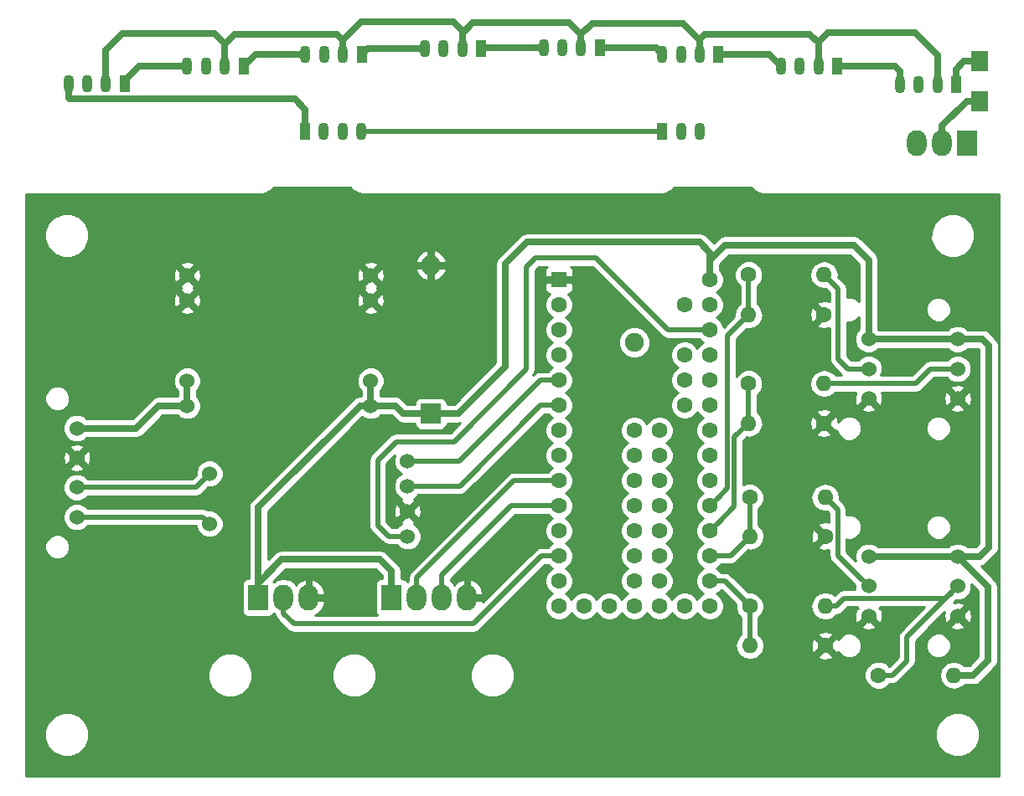
<source format=gtl>
G04 #@! TF.FileFunction,Copper,L1,Top,Signal*
%FSLAX46Y46*%
G04 Gerber Fmt 4.6, Leading zero omitted, Abs format (unit mm)*
G04 Created by KiCad (PCBNEW 4.0.7) date 06/03/18 23:49:29*
%MOMM*%
%LPD*%
G01*
G04 APERTURE LIST*
%ADD10C,0.100000*%
%ADD11C,1.524000*%
%ADD12R,2.000000X2.000000*%
%ADD13O,2.000000X2.000000*%
%ADD14C,1.600000*%
%ADD15R,1.600000X1.600000*%
%ADD16C,1.900000*%
%ADD17R,1.070000X1.800000*%
%ADD18O,1.070000X1.800000*%
%ADD19R,1.700000X2.000000*%
%ADD20C,1.530000*%
%ADD21R,2.000000X2.600000*%
%ADD22O,2.000000X2.600000*%
%ADD23O,1.600000X1.600000*%
%ADD24C,0.500000*%
%ADD25C,0.700000*%
%ADD26C,0.254000*%
G04 APERTURE END LIST*
D10*
D11*
X39420000Y-55450000D03*
X39420000Y-52910000D03*
X39420000Y-50370000D03*
X39420000Y-47830000D03*
X19420000Y-54180000D03*
X19420000Y-49100000D03*
D12*
X41770000Y-43030000D03*
D13*
X41770000Y-28030000D03*
D11*
X35691000Y-39704000D03*
X35691000Y-42244000D03*
X35691000Y-29036000D03*
X35691000Y-31576000D03*
X17149000Y-39704000D03*
X17149000Y-31576000D03*
X17149000Y-42244000D03*
X17149000Y-29036000D03*
D14*
X62340000Y-62500000D03*
X64880000Y-62500000D03*
X67420000Y-62500000D03*
X69960000Y-62500000D03*
X59800000Y-62500000D03*
X57260000Y-62500000D03*
X54720000Y-62500000D03*
X69960000Y-59960000D03*
X69960000Y-57420000D03*
X69960000Y-54880000D03*
X69960000Y-52340000D03*
X69960000Y-49800000D03*
X69960000Y-47260000D03*
X69960000Y-44720000D03*
X69960000Y-42180000D03*
X69960000Y-39640000D03*
X69960000Y-37100000D03*
X69960000Y-34560000D03*
X69960000Y-32020000D03*
X69960000Y-29480000D03*
X67420000Y-32020000D03*
X67420000Y-37100000D03*
X67420000Y-39640000D03*
X67420000Y-42180000D03*
X54720000Y-59960000D03*
X54720000Y-57420000D03*
X54720000Y-54880000D03*
X54720000Y-52340000D03*
X54720000Y-49800000D03*
X54720000Y-47260000D03*
X54720000Y-44720000D03*
X54720000Y-42180000D03*
X54720000Y-39640000D03*
X54720000Y-37100000D03*
X54720000Y-34560000D03*
X54720000Y-32020000D03*
D15*
X54720000Y-29480000D03*
D14*
X62340000Y-44720000D03*
X62340000Y-47260000D03*
X62340000Y-49800000D03*
X62340000Y-52340000D03*
X62340000Y-54880000D03*
X62340000Y-57420000D03*
X62340000Y-59960000D03*
X64880000Y-59960000D03*
X64880000Y-57420000D03*
X64880000Y-54880000D03*
X64880000Y-52340000D03*
X64880000Y-49800000D03*
X64880000Y-47260000D03*
X64880000Y-44720000D03*
D16*
X62340000Y-35830000D03*
D17*
X94850000Y-9710000D03*
D18*
X92950000Y-9710000D03*
X91050000Y-9710000D03*
X89150000Y-9710000D03*
D17*
X82850000Y-7870000D03*
D18*
X80950000Y-7870000D03*
X79050000Y-7870000D03*
X77150000Y-7870000D03*
D17*
X70840000Y-6670000D03*
D18*
X68940000Y-6670000D03*
X67040000Y-6670000D03*
X65140000Y-6670000D03*
D17*
X58850000Y-6060000D03*
D18*
X56950000Y-6060000D03*
X55050000Y-6060000D03*
X53150000Y-6060000D03*
D17*
X46850000Y-6070000D03*
D18*
X44950000Y-6070000D03*
X43050000Y-6070000D03*
X41150000Y-6070000D03*
D17*
X34780000Y-6690000D03*
D18*
X32880000Y-6690000D03*
X30980000Y-6690000D03*
X29080000Y-6690000D03*
D17*
X22850000Y-7870000D03*
D18*
X20950000Y-7870000D03*
X19050000Y-7870000D03*
X17150000Y-7870000D03*
D17*
X10850000Y-9670000D03*
D18*
X8950000Y-9670000D03*
X7050000Y-9670000D03*
X5150000Y-9670000D03*
D17*
X29060000Y-14500000D03*
D18*
X30960000Y-14500000D03*
X32860000Y-14500000D03*
X34760000Y-14500000D03*
D17*
X65170000Y-14510000D03*
D18*
X67070000Y-14510000D03*
X68970000Y-14510000D03*
D19*
X97250000Y-7410000D03*
X97250000Y-11410000D03*
D20*
X6000000Y-44500000D03*
X6000000Y-47500000D03*
X6000000Y-50500000D03*
X6000000Y-53500000D03*
X95000000Y-35500000D03*
X95000000Y-38500000D03*
X95000000Y-41500000D03*
X86000000Y-35500000D03*
X86000000Y-38500000D03*
X86000000Y-41500000D03*
X95000000Y-57500000D03*
X95000000Y-60500000D03*
X95000000Y-63500000D03*
X86000000Y-57500000D03*
X86000000Y-60500000D03*
X86000000Y-63500000D03*
D21*
X24340000Y-61640000D03*
D22*
X26880000Y-61640000D03*
X29420000Y-61640000D03*
D21*
X95989999Y-15710000D03*
D22*
X93449999Y-15710000D03*
X90909999Y-15710000D03*
D21*
X37800000Y-61640000D03*
D22*
X40340000Y-61640000D03*
X42880000Y-61640000D03*
X45420000Y-61640000D03*
D14*
X73880000Y-40000000D03*
D23*
X81500000Y-40000000D03*
D14*
X81500000Y-44000000D03*
D23*
X73880000Y-44000000D03*
D14*
X74000000Y-62500000D03*
D23*
X81620000Y-62500000D03*
D14*
X81620000Y-66500000D03*
D23*
X74000000Y-66500000D03*
D14*
X74000000Y-51500000D03*
D23*
X81620000Y-51500000D03*
D14*
X81620000Y-55430000D03*
D23*
X74000000Y-55430000D03*
D14*
X73880000Y-29000000D03*
D23*
X81500000Y-29000000D03*
D14*
X81490000Y-33030000D03*
D23*
X73870000Y-33030000D03*
D14*
X87000000Y-69500000D03*
D23*
X94620000Y-69500000D03*
D24*
X54720000Y-42180000D02*
X52887230Y-42180000D01*
X52887230Y-42180000D02*
X44697230Y-50370000D01*
X44697230Y-50370000D02*
X39420000Y-50370000D01*
X39420000Y-47830000D02*
X44638723Y-47830000D01*
X44638723Y-47830000D02*
X52828723Y-39640000D01*
X52828723Y-39640000D02*
X54720000Y-39640000D01*
X6000000Y-50500000D02*
X18020000Y-50500000D01*
X18020000Y-50500000D02*
X19420000Y-49100000D01*
X6000000Y-53500000D02*
X18740000Y-53500000D01*
X18740000Y-53500000D02*
X19420000Y-54180000D01*
D25*
X95000000Y-57500000D02*
X98070000Y-60570000D01*
X96569950Y-69500000D02*
X94620000Y-69500000D01*
X98070000Y-60570000D02*
X98070000Y-67999950D01*
X98070000Y-67999950D02*
X96569950Y-69500000D01*
X95000000Y-35500000D02*
X97500000Y-35500000D01*
X97500000Y-35500000D02*
X98145001Y-36145001D01*
X98145001Y-36145001D02*
X98145001Y-56576319D01*
X98145001Y-56576319D02*
X97221320Y-57500000D01*
X97221320Y-57500000D02*
X95000000Y-57500000D01*
X95000000Y-57500000D02*
X86000000Y-57500000D01*
X86000000Y-35500000D02*
X95000000Y-35500000D01*
X69960000Y-29480000D02*
X69960000Y-27540000D01*
X86000000Y-27500000D02*
X86000000Y-35500000D01*
X69960000Y-27540000D02*
X71500000Y-26000000D01*
X71500000Y-26000000D02*
X84500000Y-26000000D01*
X84500000Y-26000000D02*
X86000000Y-27500000D01*
X69960000Y-29480000D02*
X69960000Y-26751257D01*
X49300000Y-27900000D02*
X51506005Y-25693995D01*
X51506005Y-25693995D02*
X68902738Y-25693995D01*
X49300000Y-38270000D02*
X49300000Y-27900000D01*
X44540000Y-43030000D02*
X49300000Y-38270000D01*
X41770000Y-43030000D02*
X44540000Y-43030000D01*
X38214000Y-42244000D02*
X39000000Y-43030000D01*
X39000000Y-43030000D02*
X41770000Y-43030000D01*
X35691000Y-42244000D02*
X38214000Y-42244000D01*
X35691000Y-42244000D02*
X34613370Y-42244000D01*
X35691000Y-39704000D02*
X35691000Y-42244000D01*
X69960000Y-26751257D02*
X68902738Y-25693995D01*
X24340000Y-60167949D02*
X24340000Y-61640000D01*
X24340000Y-52517370D02*
X24340000Y-61640000D01*
X34613370Y-42244000D02*
X24340000Y-52517370D01*
X37800000Y-61640000D02*
X37800000Y-58976771D01*
X37800000Y-58976771D02*
X36606434Y-57783205D01*
X36606434Y-57783205D02*
X26724744Y-57783205D01*
X26724744Y-57783205D02*
X24340000Y-60167949D01*
X17133000Y-31560000D02*
X17149000Y-31576000D01*
X14256000Y-42244000D02*
X12000000Y-44500000D01*
X7081873Y-44500000D02*
X6000000Y-44500000D01*
X12000000Y-44500000D02*
X7081873Y-44500000D01*
X17149000Y-42244000D02*
X14256000Y-42244000D01*
X17149000Y-39704000D02*
X17149000Y-42244000D01*
D24*
X26880000Y-63223145D02*
X26880000Y-61640000D01*
X27940806Y-64283951D02*
X26880000Y-63223145D01*
X54720000Y-57420000D02*
X52940114Y-57420000D01*
X52940114Y-57420000D02*
X46076163Y-64283951D01*
X46076163Y-64283951D02*
X27940806Y-64283951D01*
X87000000Y-69500000D02*
X88402010Y-69500000D01*
X88402010Y-69500000D02*
X89859181Y-68042829D01*
X89859181Y-68042829D02*
X89859181Y-65640819D01*
X89859181Y-65640819D02*
X95000000Y-60500000D01*
X81620000Y-62500000D02*
X82751370Y-62500000D01*
X82751370Y-62500000D02*
X83536369Y-61715001D01*
X83536369Y-61715001D02*
X93784999Y-61715001D01*
X93784999Y-61715001D02*
X94235001Y-61264999D01*
X94235001Y-61264999D02*
X95000000Y-60500000D01*
X81620000Y-51500000D02*
X82870001Y-52750001D01*
X82870001Y-52750001D02*
X82870001Y-57370001D01*
X85235001Y-59735001D02*
X86000000Y-60500000D01*
X82870001Y-57370001D02*
X85235001Y-59735001D01*
X74000000Y-62500000D02*
X74000000Y-66500000D01*
X69960000Y-59960000D02*
X71460000Y-59960000D01*
X71460000Y-59960000D02*
X74000000Y-62500000D01*
X74000000Y-55430000D02*
X72038752Y-57391248D01*
X72038752Y-57391248D02*
X69988752Y-57391248D01*
X69988752Y-57391248D02*
X69960000Y-57420000D01*
X74000000Y-51500000D02*
X74000000Y-55430000D01*
X69960000Y-34560000D02*
X65699576Y-34560000D01*
X52318211Y-27296591D02*
X51420000Y-28194802D01*
X51420000Y-28194802D02*
X51420000Y-38563196D01*
X65699576Y-34560000D02*
X58436167Y-27296591D01*
X58436167Y-27296591D02*
X52318211Y-27296591D01*
X38278040Y-45864166D02*
X36404716Y-47737490D01*
X51420000Y-38563196D02*
X44119030Y-45864166D01*
X44119030Y-45864166D02*
X38278040Y-45864166D01*
X36404716Y-47737490D02*
X36404716Y-54335004D01*
X36404716Y-54335004D02*
X37519712Y-55450000D01*
X37519712Y-55450000D02*
X39420000Y-55450000D01*
X40340000Y-61640000D02*
X40340000Y-59633045D01*
X40340000Y-59633045D02*
X50173045Y-49800000D01*
X50173045Y-49800000D02*
X54720000Y-49800000D01*
X42880000Y-61640000D02*
X42880000Y-59383556D01*
X42880000Y-59383556D02*
X49923556Y-52340000D01*
X49923556Y-52340000D02*
X54720000Y-52340000D01*
X81500000Y-40000000D02*
X90747248Y-40000000D01*
X90747248Y-40000000D02*
X92247248Y-38500000D01*
X92247248Y-38500000D02*
X95000000Y-38500000D01*
X81500000Y-29000000D02*
X82923958Y-30423958D01*
X82923958Y-30423958D02*
X82923958Y-37523371D01*
X82923958Y-37523371D02*
X83900587Y-38500000D01*
X83900587Y-38500000D02*
X85235001Y-38500000D01*
X85235001Y-38500000D02*
X86000000Y-38500000D01*
X72451977Y-52388023D02*
X70759999Y-54080001D01*
X73880000Y-44000000D02*
X72451977Y-45428023D01*
X70759999Y-54080001D02*
X69960000Y-54880000D01*
X72451977Y-45428023D02*
X72451977Y-52388023D01*
X73880000Y-40000000D02*
X73880000Y-44000000D01*
X70759999Y-51540001D02*
X69960000Y-52340000D01*
X71751966Y-50548034D02*
X70759999Y-51540001D01*
X71751966Y-35148034D02*
X71751966Y-50548034D01*
X73870000Y-33030000D02*
X71751966Y-35148034D01*
X73880000Y-29000000D02*
X73880000Y-33020000D01*
X73880000Y-33020000D02*
X73870000Y-33030000D01*
D25*
X97250000Y-7410000D02*
X95638818Y-7410000D01*
X95638818Y-7410000D02*
X94850000Y-8198818D01*
X94850000Y-8198818D02*
X94850000Y-9710000D01*
X82850000Y-7870000D02*
X88628050Y-7870000D01*
X88628050Y-7870000D02*
X89150000Y-8391950D01*
X89150000Y-8391950D02*
X89150000Y-9710000D01*
X70840000Y-6670000D02*
X75950000Y-6670000D01*
X75950000Y-6670000D02*
X77150000Y-7870000D01*
X58850000Y-6060000D02*
X64530000Y-6060000D01*
X64530000Y-6060000D02*
X65140000Y-6670000D01*
X53150000Y-6060000D02*
X46860000Y-6060000D01*
D24*
X46860000Y-6060000D02*
X46850000Y-6070000D01*
D25*
X41150000Y-6070000D02*
X35400000Y-6070000D01*
X35400000Y-6070000D02*
X34780000Y-6690000D01*
X29080000Y-6690000D02*
X24030000Y-6690000D01*
X24030000Y-6690000D02*
X22850000Y-7870000D01*
X17150000Y-7870000D02*
X12285000Y-7870000D01*
X12285000Y-7870000D02*
X10850000Y-9305000D01*
X10850000Y-9305000D02*
X10850000Y-9670000D01*
X5150000Y-9670000D02*
X5150000Y-11070000D01*
X5150000Y-11070000D02*
X5301135Y-11221135D01*
X5301135Y-11221135D02*
X28013870Y-11221135D01*
X28013870Y-11221135D02*
X29060000Y-12267265D01*
X29060000Y-12267265D02*
X29060000Y-14500000D01*
D24*
X34760000Y-14500000D02*
X65160000Y-14500000D01*
X65160000Y-14500000D02*
X65170000Y-14510000D01*
D25*
X95949999Y-11410000D02*
X97250000Y-11410000D01*
X93449999Y-13910000D02*
X95949999Y-11410000D01*
X93449999Y-15710000D02*
X93449999Y-13910000D01*
X92950000Y-9710000D02*
X92950000Y-6800000D01*
X80950000Y-5440000D02*
X80950000Y-7870000D01*
X92950000Y-6800000D02*
X90660538Y-4510538D01*
X90660538Y-4510538D02*
X81879462Y-4510538D01*
X81879462Y-4510538D02*
X80950000Y-5440000D01*
X80950000Y-7870000D02*
X80950000Y-5519596D01*
X80950000Y-5519596D02*
X80057470Y-4627066D01*
X80057470Y-4627066D02*
X69482934Y-4627066D01*
X68940000Y-5170000D02*
X68940000Y-6670000D01*
X69482934Y-4627066D02*
X68940000Y-5170000D01*
X68940000Y-6670000D02*
X68940000Y-5270000D01*
X68940000Y-5270000D02*
X67225211Y-3555211D01*
X67225211Y-3555211D02*
X58070415Y-3555211D01*
X58070415Y-3555211D02*
X56950000Y-4675626D01*
X56950000Y-4675626D02*
X56950000Y-6060000D01*
X56950000Y-6060000D02*
X56950000Y-4660000D01*
X56950000Y-4660000D02*
X55768509Y-3478509D01*
X55768509Y-3478509D02*
X46027231Y-3478509D01*
X46027231Y-3478509D02*
X44950000Y-4555740D01*
X44950000Y-4555740D02*
X44950000Y-5705000D01*
X44950000Y-5705000D02*
X44950000Y-4366191D01*
X32880000Y-5290000D02*
X32880000Y-6690000D01*
X44950000Y-4366191D02*
X44006178Y-3422369D01*
X44006178Y-3422369D02*
X34770615Y-3422369D01*
X34770615Y-3422369D02*
X32902984Y-5290000D01*
X32902984Y-5290000D02*
X32880000Y-5290000D01*
X20950000Y-7870000D02*
X20950000Y-5640000D01*
X20950000Y-5640000D02*
X21949105Y-4640895D01*
X21949105Y-4640895D02*
X32278151Y-4640895D01*
X32278151Y-4640895D02*
X32880000Y-5242744D01*
X32880000Y-5242744D02*
X32880000Y-6690000D01*
X20950000Y-7870000D02*
X20950000Y-5630159D01*
X20950000Y-5630159D02*
X19920433Y-4600592D01*
X19920433Y-4600592D02*
X10593805Y-4600592D01*
X10593805Y-4600592D02*
X8950000Y-6244397D01*
X8950000Y-6244397D02*
X8950000Y-9670000D01*
X44950000Y-5705000D02*
X44950000Y-6070000D01*
D26*
G36*
X33598616Y-20171008D02*
X33828992Y-20401384D01*
X34153416Y-20618157D01*
X34454417Y-20742836D01*
X34837100Y-20818956D01*
X34919341Y-20818956D01*
X35000000Y-20835000D01*
X65000000Y-20835000D01*
X65080648Y-20818958D01*
X65162901Y-20818958D01*
X65545585Y-20742837D01*
X65696085Y-20680497D01*
X65846586Y-20618158D01*
X66171008Y-20401385D01*
X66252852Y-20319541D01*
X66401384Y-20171010D01*
X66430790Y-20127000D01*
X74069211Y-20127000D01*
X74098616Y-20171008D01*
X74328992Y-20401384D01*
X74653416Y-20618157D01*
X74954417Y-20742836D01*
X75337100Y-20818956D01*
X75419341Y-20818956D01*
X75500000Y-20835000D01*
X99165000Y-20835000D01*
X99165000Y-79665000D01*
X835000Y-79665000D01*
X835000Y-75942619D01*
X2764613Y-75942619D01*
X3104155Y-76764372D01*
X3732321Y-77393636D01*
X4553481Y-77734611D01*
X5442619Y-77735387D01*
X6264372Y-77395845D01*
X6893636Y-76767679D01*
X7234611Y-75946519D01*
X7234614Y-75942619D01*
X92764613Y-75942619D01*
X93104155Y-76764372D01*
X93732321Y-77393636D01*
X94553481Y-77734611D01*
X95442619Y-77735387D01*
X96264372Y-77395845D01*
X96893636Y-76767679D01*
X97234611Y-75946519D01*
X97235387Y-75057381D01*
X96895845Y-74235628D01*
X96267679Y-73606364D01*
X95446519Y-73265389D01*
X94557381Y-73264613D01*
X93735628Y-73604155D01*
X93106364Y-74232321D01*
X92765389Y-75053481D01*
X92764613Y-75942619D01*
X7234614Y-75942619D01*
X7235387Y-75057381D01*
X6895845Y-74235628D01*
X6267679Y-73606364D01*
X5446519Y-73265389D01*
X4557381Y-73264613D01*
X3735628Y-73604155D01*
X3106364Y-74232321D01*
X2765389Y-75053481D01*
X2764613Y-75942619D01*
X835000Y-75942619D01*
X835000Y-69942619D01*
X19264613Y-69942619D01*
X19604155Y-70764372D01*
X20232321Y-71393636D01*
X21053481Y-71734611D01*
X21942619Y-71735387D01*
X22764372Y-71395845D01*
X23393636Y-70767679D01*
X23734611Y-69946519D01*
X23734614Y-69942619D01*
X31764613Y-69942619D01*
X32104155Y-70764372D01*
X32732321Y-71393636D01*
X33553481Y-71734611D01*
X34442619Y-71735387D01*
X35264372Y-71395845D01*
X35893636Y-70767679D01*
X36234611Y-69946519D01*
X36234614Y-69942619D01*
X45764613Y-69942619D01*
X46104155Y-70764372D01*
X46732321Y-71393636D01*
X47553481Y-71734611D01*
X48442619Y-71735387D01*
X49264372Y-71395845D01*
X49893636Y-70767679D01*
X50234611Y-69946519D01*
X50235387Y-69057381D01*
X49895845Y-68235628D01*
X49267679Y-67606364D01*
X48446519Y-67265389D01*
X47557381Y-67264613D01*
X46735628Y-67604155D01*
X46106364Y-68232321D01*
X45765389Y-69053481D01*
X45764613Y-69942619D01*
X36234614Y-69942619D01*
X36235387Y-69057381D01*
X35895845Y-68235628D01*
X35267679Y-67606364D01*
X34446519Y-67265389D01*
X33557381Y-67264613D01*
X32735628Y-67604155D01*
X32106364Y-68232321D01*
X31765389Y-69053481D01*
X31764613Y-69942619D01*
X23734614Y-69942619D01*
X23735387Y-69057381D01*
X23395845Y-68235628D01*
X22767679Y-67606364D01*
X21946519Y-67265389D01*
X21057381Y-67264613D01*
X20235628Y-67604155D01*
X19606364Y-68232321D01*
X19265389Y-69053481D01*
X19264613Y-69942619D01*
X835000Y-69942619D01*
X835000Y-60340000D01*
X22692560Y-60340000D01*
X22692560Y-62940000D01*
X22736838Y-63175317D01*
X22875910Y-63391441D01*
X23088110Y-63536431D01*
X23340000Y-63587440D01*
X25340000Y-63587440D01*
X25575317Y-63543162D01*
X25791441Y-63404090D01*
X25896951Y-63249671D01*
X26016114Y-63329293D01*
X26030992Y-63404090D01*
X26062367Y-63561820D01*
X26126740Y-63658161D01*
X26254210Y-63848935D01*
X27315014Y-64909738D01*
X27315016Y-64909741D01*
X27472592Y-65015029D01*
X27602131Y-65101584D01*
X27940806Y-65168952D01*
X27940811Y-65168951D01*
X46076158Y-65168951D01*
X46076163Y-65168952D01*
X46389274Y-65106669D01*
X46414838Y-65101584D01*
X46701953Y-64909741D01*
X46701954Y-64909740D01*
X53306693Y-58305000D01*
X53575829Y-58305000D01*
X53906077Y-58635824D01*
X54036215Y-58689862D01*
X53908200Y-58742757D01*
X53504176Y-59146077D01*
X53285250Y-59673309D01*
X53284752Y-60244187D01*
X53502757Y-60771800D01*
X53906077Y-61175824D01*
X54036215Y-61229862D01*
X53908200Y-61282757D01*
X53504176Y-61686077D01*
X53285250Y-62213309D01*
X53284752Y-62784187D01*
X53502757Y-63311800D01*
X53906077Y-63715824D01*
X54433309Y-63934750D01*
X55004187Y-63935248D01*
X55531800Y-63717243D01*
X55935824Y-63313923D01*
X55989862Y-63183785D01*
X56042757Y-63311800D01*
X56446077Y-63715824D01*
X56973309Y-63934750D01*
X57544187Y-63935248D01*
X58071800Y-63717243D01*
X58475824Y-63313923D01*
X58529862Y-63183785D01*
X58582757Y-63311800D01*
X58986077Y-63715824D01*
X59513309Y-63934750D01*
X60084187Y-63935248D01*
X60611800Y-63717243D01*
X61015824Y-63313923D01*
X61069862Y-63183785D01*
X61122757Y-63311800D01*
X61526077Y-63715824D01*
X62053309Y-63934750D01*
X62624187Y-63935248D01*
X63151800Y-63717243D01*
X63555824Y-63313923D01*
X63609862Y-63183785D01*
X63662757Y-63311800D01*
X64066077Y-63715824D01*
X64593309Y-63934750D01*
X65164187Y-63935248D01*
X65691800Y-63717243D01*
X66095824Y-63313923D01*
X66149862Y-63183785D01*
X66202757Y-63311800D01*
X66606077Y-63715824D01*
X67133309Y-63934750D01*
X67704187Y-63935248D01*
X68231800Y-63717243D01*
X68635824Y-63313923D01*
X68689862Y-63183785D01*
X68742757Y-63311800D01*
X69146077Y-63715824D01*
X69673309Y-63934750D01*
X70244187Y-63935248D01*
X70771800Y-63717243D01*
X71175824Y-63313923D01*
X71394750Y-62786691D01*
X71395248Y-62215813D01*
X71177243Y-61688200D01*
X70773923Y-61284176D01*
X70643785Y-61230138D01*
X70771800Y-61177243D01*
X71099017Y-60850597D01*
X72565160Y-62316739D01*
X72564752Y-62784187D01*
X72782757Y-63311800D01*
X73115000Y-63644623D01*
X73115000Y-65379856D01*
X72957189Y-65485302D01*
X72646120Y-65950849D01*
X72536887Y-66500000D01*
X72646120Y-67049151D01*
X72957189Y-67514698D01*
X73422736Y-67825767D01*
X73971887Y-67935000D01*
X74028113Y-67935000D01*
X74577264Y-67825767D01*
X74965390Y-67566429D01*
X80868940Y-67566429D01*
X80950463Y-67800930D01*
X81499273Y-67958123D01*
X82066462Y-67893331D01*
X82289537Y-67800930D01*
X82371060Y-67566429D01*
X81620000Y-66815370D01*
X80868940Y-67566429D01*
X74965390Y-67566429D01*
X75042811Y-67514698D01*
X75353880Y-67049151D01*
X75463113Y-66500000D01*
X75439099Y-66379273D01*
X80161877Y-66379273D01*
X80226669Y-66946462D01*
X80319070Y-67169537D01*
X80553571Y-67251060D01*
X81304630Y-66500000D01*
X81935370Y-66500000D01*
X82686429Y-67251060D01*
X82920930Y-67169537D01*
X82929763Y-67138700D01*
X82962718Y-67218458D01*
X83319663Y-67576026D01*
X83786273Y-67769779D01*
X84291510Y-67770220D01*
X84758458Y-67577282D01*
X85116026Y-67220337D01*
X85309779Y-66753727D01*
X85310220Y-66248490D01*
X85117282Y-65781542D01*
X84760337Y-65423974D01*
X84293727Y-65230221D01*
X83788490Y-65229780D01*
X83321542Y-65422718D01*
X82963974Y-65779663D01*
X82931892Y-65856926D01*
X82920930Y-65830463D01*
X82686429Y-65748940D01*
X81935370Y-66500000D01*
X81304630Y-66500000D01*
X80553571Y-65748940D01*
X80319070Y-65830463D01*
X80161877Y-66379273D01*
X75439099Y-66379273D01*
X75353880Y-65950849D01*
X75042811Y-65485302D01*
X74965391Y-65433571D01*
X80868940Y-65433571D01*
X81620000Y-66184630D01*
X82371060Y-65433571D01*
X82289537Y-65199070D01*
X81740727Y-65041877D01*
X81173538Y-65106669D01*
X80950463Y-65199070D01*
X80868940Y-65433571D01*
X74965391Y-65433571D01*
X74885000Y-65379856D01*
X74885000Y-64540808D01*
X85274561Y-64540808D01*
X85351692Y-64771710D01*
X85887704Y-64923004D01*
X86440812Y-64857658D01*
X86648308Y-64771710D01*
X86725439Y-64540808D01*
X86000000Y-63815370D01*
X85274561Y-64540808D01*
X74885000Y-64540808D01*
X74885000Y-63644171D01*
X75215824Y-63313923D01*
X75434750Y-62786691D01*
X75435248Y-62215813D01*
X75217243Y-61688200D01*
X74813923Y-61284176D01*
X74286691Y-61065250D01*
X73816419Y-61064840D01*
X72085790Y-59334210D01*
X71971625Y-59257928D01*
X71798675Y-59142367D01*
X71742484Y-59131190D01*
X71460000Y-59074999D01*
X71459995Y-59075000D01*
X71104171Y-59075000D01*
X70773923Y-58744176D01*
X70643785Y-58690138D01*
X70771800Y-58637243D01*
X71133425Y-58276248D01*
X72038747Y-58276248D01*
X72038752Y-58276249D01*
X72321236Y-58220058D01*
X72377427Y-58208881D01*
X72664542Y-58017038D01*
X73842347Y-56839233D01*
X73971887Y-56865000D01*
X74028113Y-56865000D01*
X74577264Y-56755767D01*
X75042811Y-56444698D01*
X75353880Y-55979151D01*
X75463113Y-55430000D01*
X75439099Y-55309273D01*
X80161877Y-55309273D01*
X80226669Y-55876462D01*
X80319070Y-56099537D01*
X80553571Y-56181060D01*
X81304630Y-55430000D01*
X80553571Y-54678940D01*
X80319070Y-54760463D01*
X80161877Y-55309273D01*
X75439099Y-55309273D01*
X75353880Y-54880849D01*
X75042811Y-54415302D01*
X74885000Y-54309856D01*
X74885000Y-52644171D01*
X75215824Y-52313923D01*
X75434750Y-51786691D01*
X75435248Y-51215813D01*
X75217243Y-50688200D01*
X74813923Y-50284176D01*
X74286691Y-50065250D01*
X73715813Y-50064752D01*
X73336977Y-50221284D01*
X73336977Y-45794603D01*
X73722347Y-45409233D01*
X73851887Y-45435000D01*
X73908113Y-45435000D01*
X74457264Y-45325767D01*
X74845390Y-45066429D01*
X80748940Y-45066429D01*
X80830463Y-45300930D01*
X81379273Y-45458123D01*
X81946462Y-45393331D01*
X82169537Y-45300930D01*
X82251060Y-45066429D01*
X81500000Y-44315370D01*
X80748940Y-45066429D01*
X74845390Y-45066429D01*
X74922811Y-45014698D01*
X75233880Y-44549151D01*
X75343113Y-44000000D01*
X75319099Y-43879273D01*
X80041877Y-43879273D01*
X80106669Y-44446462D01*
X80199070Y-44669537D01*
X80433571Y-44751060D01*
X81184630Y-44000000D01*
X81815370Y-44000000D01*
X82566429Y-44751060D01*
X82769842Y-44680345D01*
X82769780Y-44751510D01*
X82962718Y-45218458D01*
X83319663Y-45576026D01*
X83786273Y-45769779D01*
X84291510Y-45770220D01*
X84758458Y-45577282D01*
X85116026Y-45220337D01*
X85309779Y-44753727D01*
X85309780Y-44751510D01*
X91769780Y-44751510D01*
X91962718Y-45218458D01*
X92319663Y-45576026D01*
X92786273Y-45769779D01*
X93291510Y-45770220D01*
X93758458Y-45577282D01*
X94116026Y-45220337D01*
X94309779Y-44753727D01*
X94310220Y-44248490D01*
X94117282Y-43781542D01*
X93760337Y-43423974D01*
X93293727Y-43230221D01*
X92788490Y-43229780D01*
X92321542Y-43422718D01*
X91963974Y-43779663D01*
X91770221Y-44246273D01*
X91769780Y-44751510D01*
X85309780Y-44751510D01*
X85310220Y-44248490D01*
X85117282Y-43781542D01*
X84760337Y-43423974D01*
X84293727Y-43230221D01*
X83788490Y-43229780D01*
X83321542Y-43422718D01*
X82963974Y-43779663D01*
X82928830Y-43864299D01*
X82893331Y-43553538D01*
X82800930Y-43330463D01*
X82566429Y-43248940D01*
X81815370Y-44000000D01*
X81184630Y-44000000D01*
X80433571Y-43248940D01*
X80199070Y-43330463D01*
X80041877Y-43879273D01*
X75319099Y-43879273D01*
X75233880Y-43450849D01*
X74922811Y-42985302D01*
X74845391Y-42933571D01*
X80748940Y-42933571D01*
X81500000Y-43684630D01*
X82251060Y-42933571D01*
X82169537Y-42699070D01*
X81620727Y-42541877D01*
X81053538Y-42606669D01*
X80830463Y-42699070D01*
X80748940Y-42933571D01*
X74845391Y-42933571D01*
X74765000Y-42879856D01*
X74765000Y-42540808D01*
X85274561Y-42540808D01*
X85351692Y-42771710D01*
X85887704Y-42923004D01*
X86440812Y-42857658D01*
X86648308Y-42771710D01*
X86725439Y-42540808D01*
X94274561Y-42540808D01*
X94351692Y-42771710D01*
X94887704Y-42923004D01*
X95440812Y-42857658D01*
X95648308Y-42771710D01*
X95725439Y-42540808D01*
X95000000Y-41815370D01*
X94274561Y-42540808D01*
X86725439Y-42540808D01*
X86000000Y-41815370D01*
X85274561Y-42540808D01*
X74765000Y-42540808D01*
X74765000Y-41144171D01*
X75095824Y-40813923D01*
X75314750Y-40286691D01*
X75315248Y-39715813D01*
X75097243Y-39188200D01*
X74693923Y-38784176D01*
X74166691Y-38565250D01*
X73595813Y-38564752D01*
X73068200Y-38782757D01*
X72664176Y-39186077D01*
X72636966Y-39251606D01*
X72636966Y-35514614D01*
X73712347Y-34439233D01*
X73841887Y-34465000D01*
X73898113Y-34465000D01*
X74447264Y-34355767D01*
X74912811Y-34044698D01*
X75223880Y-33579151D01*
X75333113Y-33030000D01*
X75309099Y-32909273D01*
X80031877Y-32909273D01*
X80096669Y-33476462D01*
X80189070Y-33699537D01*
X80423571Y-33781060D01*
X81174630Y-33030000D01*
X80423571Y-32278940D01*
X80189070Y-32360463D01*
X80031877Y-32909273D01*
X75309099Y-32909273D01*
X75223880Y-32480849D01*
X74912811Y-32015302D01*
X74765000Y-31916538D01*
X74765000Y-30144171D01*
X75095824Y-29813923D01*
X75314750Y-29286691D01*
X75315248Y-28715813D01*
X75097243Y-28188200D01*
X74693923Y-27784176D01*
X74166691Y-27565250D01*
X73595813Y-27564752D01*
X73068200Y-27782757D01*
X72664176Y-28186077D01*
X72445250Y-28713309D01*
X72444752Y-29284187D01*
X72662757Y-29811800D01*
X72995000Y-30144623D01*
X72995000Y-31903174D01*
X72827189Y-32015302D01*
X72516120Y-32480849D01*
X72406887Y-33030000D01*
X72441983Y-33206438D01*
X71388628Y-34259792D01*
X71177243Y-33748200D01*
X70773923Y-33344176D01*
X70643785Y-33290138D01*
X70771800Y-33237243D01*
X71175824Y-32833923D01*
X71394750Y-32306691D01*
X71395248Y-31735813D01*
X71177243Y-31208200D01*
X70773923Y-30804176D01*
X70643785Y-30750138D01*
X70771800Y-30697243D01*
X71175824Y-30293923D01*
X71394750Y-29766691D01*
X71395248Y-29195813D01*
X71177243Y-28668200D01*
X70945000Y-28435552D01*
X70945000Y-27948000D01*
X71908000Y-26985000D01*
X84092000Y-26985000D01*
X85015000Y-27908000D01*
X85015000Y-31679081D01*
X84760337Y-31423974D01*
X84293727Y-31230221D01*
X83808958Y-31229798D01*
X83808958Y-30423963D01*
X83808959Y-30423958D01*
X83741591Y-30085284D01*
X83741591Y-30085283D01*
X83549748Y-29798168D01*
X83549745Y-29798166D01*
X82928017Y-29176438D01*
X82963113Y-29000000D01*
X82853880Y-28450849D01*
X82542811Y-27985302D01*
X82077264Y-27674233D01*
X81528113Y-27565000D01*
X81471887Y-27565000D01*
X80922736Y-27674233D01*
X80457189Y-27985302D01*
X80146120Y-28450849D01*
X80036887Y-29000000D01*
X80146120Y-29549151D01*
X80457189Y-30014698D01*
X80922736Y-30325767D01*
X81471887Y-30435000D01*
X81528113Y-30435000D01*
X81657653Y-30409233D01*
X82038958Y-30790537D01*
X82038958Y-31694533D01*
X81610727Y-31571877D01*
X81043538Y-31636669D01*
X80820463Y-31729070D01*
X80738940Y-31963571D01*
X81490000Y-32714630D01*
X81504142Y-32700488D01*
X81819512Y-33015858D01*
X81805370Y-33030000D01*
X81819512Y-33044142D01*
X81504142Y-33359512D01*
X81490000Y-33345370D01*
X80738940Y-34096429D01*
X80820463Y-34330930D01*
X81369273Y-34488123D01*
X81936462Y-34423331D01*
X82038958Y-34380876D01*
X82038958Y-37523366D01*
X82038957Y-37523371D01*
X82070584Y-37682367D01*
X82106325Y-37862046D01*
X82140988Y-37913923D01*
X82298168Y-38149161D01*
X83264008Y-39115000D01*
X82629473Y-39115000D01*
X82542811Y-38985302D01*
X82077264Y-38674233D01*
X81528113Y-38565000D01*
X81471887Y-38565000D01*
X80922736Y-38674233D01*
X80457189Y-38985302D01*
X80146120Y-39450849D01*
X80036887Y-40000000D01*
X80146120Y-40549151D01*
X80457189Y-41014698D01*
X80922736Y-41325767D01*
X81471887Y-41435000D01*
X81528113Y-41435000D01*
X82077264Y-41325767D01*
X82542811Y-41014698D01*
X82629473Y-40885000D01*
X84718889Y-40885000D01*
X84576996Y-41387704D01*
X84642342Y-41940812D01*
X84728290Y-42148308D01*
X84959192Y-42225439D01*
X85684630Y-41500000D01*
X85670488Y-41485858D01*
X85985858Y-41170488D01*
X86000000Y-41184630D01*
X86014142Y-41170488D01*
X86329512Y-41485858D01*
X86315370Y-41500000D01*
X87040808Y-42225439D01*
X87271710Y-42148308D01*
X87423004Y-41612296D01*
X87396470Y-41387704D01*
X93576996Y-41387704D01*
X93642342Y-41940812D01*
X93728290Y-42148308D01*
X93959192Y-42225439D01*
X94684630Y-41500000D01*
X95315370Y-41500000D01*
X96040808Y-42225439D01*
X96271710Y-42148308D01*
X96423004Y-41612296D01*
X96357658Y-41059188D01*
X96271710Y-40851692D01*
X96040808Y-40774561D01*
X95315370Y-41500000D01*
X94684630Y-41500000D01*
X93959192Y-40774561D01*
X93728290Y-40851692D01*
X93576996Y-41387704D01*
X87396470Y-41387704D01*
X87357658Y-41059188D01*
X87285507Y-40885000D01*
X90747243Y-40885000D01*
X90747248Y-40885001D01*
X91029732Y-40828810D01*
X91085923Y-40817633D01*
X91373038Y-40625790D01*
X91539635Y-40459192D01*
X94274561Y-40459192D01*
X95000000Y-41184630D01*
X95725439Y-40459192D01*
X95648308Y-40228290D01*
X95112296Y-40076996D01*
X94559188Y-40142342D01*
X94351692Y-40228290D01*
X94274561Y-40459192D01*
X91539635Y-40459192D01*
X92613827Y-39385000D01*
X93905283Y-39385000D01*
X94205928Y-39686170D01*
X94720301Y-39899757D01*
X95277256Y-39900243D01*
X95792000Y-39687555D01*
X96186170Y-39294072D01*
X96399757Y-38779699D01*
X96400243Y-38222744D01*
X96187555Y-37708000D01*
X95794072Y-37313830D01*
X95279699Y-37100243D01*
X94722744Y-37099757D01*
X94208000Y-37312445D01*
X93904917Y-37615000D01*
X92247248Y-37615000D01*
X91908573Y-37682367D01*
X91621458Y-37874210D01*
X91621456Y-37874213D01*
X90380668Y-39115000D01*
X87260527Y-39115000D01*
X87399757Y-38779699D01*
X87400243Y-38222744D01*
X87187555Y-37708000D01*
X86794072Y-37313830D01*
X86279699Y-37100243D01*
X85722744Y-37099757D01*
X85208000Y-37312445D01*
X84904917Y-37615000D01*
X84267166Y-37615000D01*
X83808958Y-37156791D01*
X83808958Y-33769799D01*
X84291510Y-33770220D01*
X84758458Y-33577282D01*
X85015000Y-33321187D01*
X85015000Y-34505109D01*
X84813830Y-34705928D01*
X84600243Y-35220301D01*
X84599757Y-35777256D01*
X84812445Y-36292000D01*
X85205928Y-36686170D01*
X85720301Y-36899757D01*
X86277256Y-36900243D01*
X86792000Y-36687555D01*
X86994909Y-36485000D01*
X94005109Y-36485000D01*
X94205928Y-36686170D01*
X94720301Y-36899757D01*
X95277256Y-36900243D01*
X95792000Y-36687555D01*
X95994909Y-36485000D01*
X97092000Y-36485000D01*
X97160001Y-36553001D01*
X97160001Y-56168319D01*
X96813320Y-56515000D01*
X95994891Y-56515000D01*
X95794072Y-56313830D01*
X95279699Y-56100243D01*
X94722744Y-56099757D01*
X94208000Y-56312445D01*
X94005091Y-56515000D01*
X86994891Y-56515000D01*
X86794072Y-56313830D01*
X86279699Y-56100243D01*
X85722744Y-56099757D01*
X85208000Y-56312445D01*
X84813830Y-56705928D01*
X84600243Y-57220301D01*
X84599757Y-57777256D01*
X84649695Y-57898116D01*
X83755001Y-57003421D01*
X83755001Y-55756794D01*
X83786273Y-55769779D01*
X84291510Y-55770220D01*
X84758458Y-55577282D01*
X85116026Y-55220337D01*
X85309779Y-54753727D01*
X85309780Y-54751510D01*
X91769780Y-54751510D01*
X91962718Y-55218458D01*
X92319663Y-55576026D01*
X92786273Y-55769779D01*
X93291510Y-55770220D01*
X93758458Y-55577282D01*
X94116026Y-55220337D01*
X94309779Y-54753727D01*
X94310220Y-54248490D01*
X94117282Y-53781542D01*
X93760337Y-53423974D01*
X93293727Y-53230221D01*
X92788490Y-53229780D01*
X92321542Y-53422718D01*
X91963974Y-53779663D01*
X91770221Y-54246273D01*
X91769780Y-54751510D01*
X85309780Y-54751510D01*
X85310220Y-54248490D01*
X85117282Y-53781542D01*
X84760337Y-53423974D01*
X84293727Y-53230221D01*
X83788490Y-53229780D01*
X83755001Y-53243617D01*
X83755001Y-52750001D01*
X83687634Y-52411326D01*
X83495791Y-52124211D01*
X83495788Y-52124209D01*
X83048017Y-51676438D01*
X83083113Y-51500000D01*
X82973880Y-50950849D01*
X82662811Y-50485302D01*
X82197264Y-50174233D01*
X81648113Y-50065000D01*
X81591887Y-50065000D01*
X81042736Y-50174233D01*
X80577189Y-50485302D01*
X80266120Y-50950849D01*
X80156887Y-51500000D01*
X80266120Y-52049151D01*
X80577189Y-52514698D01*
X81042736Y-52825767D01*
X81591887Y-52935000D01*
X81648113Y-52935000D01*
X81777653Y-52909233D01*
X81985001Y-53116580D01*
X81985001Y-54041843D01*
X81740727Y-53971877D01*
X81173538Y-54036669D01*
X80950463Y-54129070D01*
X80868940Y-54363571D01*
X81620000Y-55114630D01*
X81634142Y-55100488D01*
X81949512Y-55415858D01*
X81935370Y-55430000D01*
X81949512Y-55444142D01*
X81634142Y-55759512D01*
X81620000Y-55745370D01*
X80868940Y-56496429D01*
X80950463Y-56730930D01*
X81499273Y-56888123D01*
X81985001Y-56832637D01*
X81985001Y-57369996D01*
X81985000Y-57370001D01*
X82025982Y-57576026D01*
X82052368Y-57708676D01*
X82164800Y-57876943D01*
X82244211Y-57995791D01*
X84600128Y-60351707D01*
X84599757Y-60777256D01*
X84621551Y-60830001D01*
X83536374Y-60830001D01*
X83536369Y-60830000D01*
X83197694Y-60897368D01*
X82910579Y-61089211D01*
X82910577Y-61089214D01*
X82573898Y-61425892D01*
X82197264Y-61174233D01*
X81648113Y-61065000D01*
X81591887Y-61065000D01*
X81042736Y-61174233D01*
X80577189Y-61485302D01*
X80266120Y-61950849D01*
X80156887Y-62500000D01*
X80266120Y-63049151D01*
X80577189Y-63514698D01*
X81042736Y-63825767D01*
X81591887Y-63935000D01*
X81648113Y-63935000D01*
X82197264Y-63825767D01*
X82662811Y-63514698D01*
X82749473Y-63385000D01*
X82751365Y-63385000D01*
X82751370Y-63385001D01*
X83033854Y-63328810D01*
X83090045Y-63317633D01*
X83377160Y-63125790D01*
X83377161Y-63125789D01*
X83902948Y-62600001D01*
X84884829Y-62600001D01*
X84834729Y-62650101D01*
X84959190Y-62774562D01*
X84728290Y-62851692D01*
X84576996Y-63387704D01*
X84642342Y-63940812D01*
X84728290Y-64148308D01*
X84959192Y-64225439D01*
X85684630Y-63500000D01*
X85670488Y-63485858D01*
X85985858Y-63170488D01*
X86000000Y-63184630D01*
X86014142Y-63170488D01*
X86329512Y-63485858D01*
X86315370Y-63500000D01*
X87040808Y-64225439D01*
X87271710Y-64148308D01*
X87423004Y-63612296D01*
X87357658Y-63059188D01*
X87271710Y-62851692D01*
X87040810Y-62774562D01*
X87165271Y-62650101D01*
X87115171Y-62600001D01*
X91648419Y-62600001D01*
X89233391Y-65015029D01*
X89041548Y-65302144D01*
X89041548Y-65302145D01*
X88974180Y-65640819D01*
X88974181Y-65640824D01*
X88974181Y-67676250D01*
X88089848Y-68560582D01*
X87813923Y-68284176D01*
X87286691Y-68065250D01*
X86715813Y-68064752D01*
X86188200Y-68282757D01*
X85784176Y-68686077D01*
X85565250Y-69213309D01*
X85564752Y-69784187D01*
X85782757Y-70311800D01*
X86186077Y-70715824D01*
X86713309Y-70934750D01*
X87284187Y-70935248D01*
X87811800Y-70717243D01*
X88144623Y-70385000D01*
X88402005Y-70385000D01*
X88402010Y-70385001D01*
X88684494Y-70328810D01*
X88740685Y-70317633D01*
X89027800Y-70125790D01*
X90484968Y-68668621D01*
X90484971Y-68668619D01*
X90676814Y-68381504D01*
X90705831Y-68235628D01*
X90744182Y-68042829D01*
X90744181Y-68042824D01*
X90744181Y-66751510D01*
X91769780Y-66751510D01*
X91962718Y-67218458D01*
X92319663Y-67576026D01*
X92786273Y-67769779D01*
X93291510Y-67770220D01*
X93758458Y-67577282D01*
X94116026Y-67220337D01*
X94309779Y-66753727D01*
X94310220Y-66248490D01*
X94117282Y-65781542D01*
X93760337Y-65423974D01*
X93293727Y-65230221D01*
X92788490Y-65229780D01*
X92321542Y-65422718D01*
X91963974Y-65779663D01*
X91770221Y-66246273D01*
X91769780Y-66751510D01*
X90744181Y-66751510D01*
X90744181Y-66007399D01*
X92210772Y-64540808D01*
X94274561Y-64540808D01*
X94351692Y-64771710D01*
X94887704Y-64923004D01*
X95440812Y-64857658D01*
X95648308Y-64771710D01*
X95725439Y-64540808D01*
X95000000Y-63815370D01*
X94274561Y-64540808D01*
X92210772Y-64540808D01*
X93660808Y-63090772D01*
X93576996Y-63387704D01*
X93642342Y-63940812D01*
X93728290Y-64148308D01*
X93959192Y-64225439D01*
X94684630Y-63500000D01*
X95315370Y-63500000D01*
X96040808Y-64225439D01*
X96271710Y-64148308D01*
X96423004Y-63612296D01*
X96357658Y-63059188D01*
X96271710Y-62851692D01*
X96040808Y-62774561D01*
X95315370Y-63500000D01*
X94684630Y-63500000D01*
X94670488Y-63485858D01*
X94985858Y-63170488D01*
X95000000Y-63184630D01*
X95725439Y-62459192D01*
X95648308Y-62228290D01*
X95112296Y-62076996D01*
X94615943Y-62135637D01*
X94851707Y-61899872D01*
X95277256Y-61900243D01*
X95792000Y-61687555D01*
X96186170Y-61294072D01*
X96399757Y-60779699D01*
X96400182Y-60293182D01*
X97085000Y-60978000D01*
X97085000Y-67591950D01*
X96161950Y-68515000D01*
X95682655Y-68515000D01*
X95662811Y-68485302D01*
X95197264Y-68174233D01*
X94648113Y-68065000D01*
X94591887Y-68065000D01*
X94042736Y-68174233D01*
X93577189Y-68485302D01*
X93266120Y-68950849D01*
X93156887Y-69500000D01*
X93266120Y-70049151D01*
X93577189Y-70514698D01*
X94042736Y-70825767D01*
X94591887Y-70935000D01*
X94648113Y-70935000D01*
X95197264Y-70825767D01*
X95662811Y-70514698D01*
X95682655Y-70485000D01*
X96569950Y-70485000D01*
X96946893Y-70410021D01*
X97266450Y-70196500D01*
X98766500Y-68696450D01*
X98980021Y-68376893D01*
X99055000Y-67999950D01*
X99055000Y-60570000D01*
X98980021Y-60193057D01*
X98766500Y-59873500D01*
X97352005Y-58459005D01*
X97598263Y-58410021D01*
X97917820Y-58196500D01*
X98841501Y-57272819D01*
X99055022Y-56953262D01*
X99130001Y-56576319D01*
X99130001Y-36145001D01*
X99055022Y-35768058D01*
X98841501Y-35448501D01*
X98196500Y-34803500D01*
X97876943Y-34589979D01*
X97500000Y-34515000D01*
X95994891Y-34515000D01*
X95794072Y-34313830D01*
X95279699Y-34100243D01*
X94722744Y-34099757D01*
X94208000Y-34312445D01*
X94005091Y-34515000D01*
X86994891Y-34515000D01*
X86985000Y-34505091D01*
X86985000Y-32751510D01*
X91769780Y-32751510D01*
X91962718Y-33218458D01*
X92319663Y-33576026D01*
X92786273Y-33769779D01*
X93291510Y-33770220D01*
X93758458Y-33577282D01*
X94116026Y-33220337D01*
X94309779Y-32753727D01*
X94310220Y-32248490D01*
X94117282Y-31781542D01*
X93760337Y-31423974D01*
X93293727Y-31230221D01*
X92788490Y-31229780D01*
X92321542Y-31422718D01*
X91963974Y-31779663D01*
X91770221Y-32246273D01*
X91769780Y-32751510D01*
X86985000Y-32751510D01*
X86985000Y-27500000D01*
X86910021Y-27123057D01*
X86696500Y-26803500D01*
X85335619Y-25442619D01*
X92264613Y-25442619D01*
X92604155Y-26264372D01*
X93232321Y-26893636D01*
X94053481Y-27234611D01*
X94942619Y-27235387D01*
X95764372Y-26895845D01*
X96393636Y-26267679D01*
X96734611Y-25446519D01*
X96735387Y-24557381D01*
X96395845Y-23735628D01*
X95767679Y-23106364D01*
X94946519Y-22765389D01*
X94057381Y-22764613D01*
X93235628Y-23104155D01*
X92606364Y-23732321D01*
X92265389Y-24553481D01*
X92264613Y-25442619D01*
X85335619Y-25442619D01*
X85196500Y-25303500D01*
X84876943Y-25089979D01*
X84500000Y-25015000D01*
X71500000Y-25015000D01*
X71123057Y-25089979D01*
X70803500Y-25303500D01*
X70354372Y-25752629D01*
X69599238Y-24997495D01*
X69279681Y-24783974D01*
X68902738Y-24708995D01*
X51506005Y-24708995D01*
X51129062Y-24783974D01*
X50809505Y-24997495D01*
X48603500Y-27203500D01*
X48389979Y-27523057D01*
X48315000Y-27900000D01*
X48315000Y-37862000D01*
X44132000Y-42045000D01*
X43417440Y-42045000D01*
X43417440Y-42030000D01*
X43373162Y-41794683D01*
X43234090Y-41578559D01*
X43021890Y-41433569D01*
X42770000Y-41382560D01*
X40770000Y-41382560D01*
X40534683Y-41426838D01*
X40318559Y-41565910D01*
X40173569Y-41778110D01*
X40122560Y-42030000D01*
X40122560Y-42045000D01*
X39408000Y-42045000D01*
X38910500Y-41547500D01*
X38590943Y-41333979D01*
X38214000Y-41259000D01*
X36681653Y-41259000D01*
X36676000Y-41253338D01*
X36676000Y-40694653D01*
X36874629Y-40496370D01*
X37087757Y-39983100D01*
X37088242Y-39427339D01*
X36876010Y-38913697D01*
X36483370Y-38520371D01*
X35970100Y-38307243D01*
X35414339Y-38306758D01*
X34900697Y-38518990D01*
X34507371Y-38911630D01*
X34294243Y-39424900D01*
X34293758Y-39980661D01*
X34505990Y-40494303D01*
X34706000Y-40694662D01*
X34706000Y-41253347D01*
X34700338Y-41259000D01*
X34613370Y-41259000D01*
X34236427Y-41333979D01*
X33916870Y-41547500D01*
X23643500Y-51820870D01*
X23429979Y-52140427D01*
X23355000Y-52517370D01*
X23355000Y-59692560D01*
X23340000Y-59692560D01*
X23104683Y-59736838D01*
X22888559Y-59875910D01*
X22743569Y-60088110D01*
X22692560Y-60340000D01*
X835000Y-60340000D01*
X835000Y-56751510D01*
X2769780Y-56751510D01*
X2962718Y-57218458D01*
X3319663Y-57576026D01*
X3786273Y-57769779D01*
X4291510Y-57770220D01*
X4758458Y-57577282D01*
X5116026Y-57220337D01*
X5309779Y-56753727D01*
X5310220Y-56248490D01*
X5117282Y-55781542D01*
X4760337Y-55423974D01*
X4293727Y-55230221D01*
X3788490Y-55229780D01*
X3321542Y-55422718D01*
X2963974Y-55779663D01*
X2770221Y-56246273D01*
X2769780Y-56751510D01*
X835000Y-56751510D01*
X835000Y-53777256D01*
X4599757Y-53777256D01*
X4812445Y-54292000D01*
X5205928Y-54686170D01*
X5720301Y-54899757D01*
X6277256Y-54900243D01*
X6792000Y-54687555D01*
X7095083Y-54385000D01*
X18022821Y-54385000D01*
X18022758Y-54456661D01*
X18234990Y-54970303D01*
X18627630Y-55363629D01*
X19140900Y-55576757D01*
X19696661Y-55577242D01*
X20210303Y-55365010D01*
X20603629Y-54972370D01*
X20816757Y-54459100D01*
X20817242Y-53903339D01*
X20605010Y-53389697D01*
X20212370Y-52996371D01*
X19699100Y-52783243D01*
X19229034Y-52782833D01*
X19078675Y-52682367D01*
X19022484Y-52671190D01*
X18740000Y-52614999D01*
X18739995Y-52615000D01*
X7094717Y-52615000D01*
X6794072Y-52313830D01*
X6279699Y-52100243D01*
X5722744Y-52099757D01*
X5208000Y-52312445D01*
X4813830Y-52705928D01*
X4600243Y-53220301D01*
X4599757Y-53777256D01*
X835000Y-53777256D01*
X835000Y-50777256D01*
X4599757Y-50777256D01*
X4812445Y-51292000D01*
X5205928Y-51686170D01*
X5720301Y-51899757D01*
X6277256Y-51900243D01*
X6792000Y-51687555D01*
X7095083Y-51385000D01*
X18019995Y-51385000D01*
X18020000Y-51385001D01*
X18302484Y-51328810D01*
X18358675Y-51317633D01*
X18645790Y-51125790D01*
X19274706Y-50496874D01*
X19696661Y-50497242D01*
X20210303Y-50285010D01*
X20603629Y-49892370D01*
X20816757Y-49379100D01*
X20817242Y-48823339D01*
X20605010Y-48309697D01*
X20212370Y-47916371D01*
X19699100Y-47703243D01*
X19143339Y-47702758D01*
X18629697Y-47914990D01*
X18236371Y-48307630D01*
X18023243Y-48820900D01*
X18022872Y-49245548D01*
X17653420Y-49615000D01*
X7094717Y-49615000D01*
X6794072Y-49313830D01*
X6279699Y-49100243D01*
X5722744Y-49099757D01*
X5208000Y-49312445D01*
X4813830Y-49705928D01*
X4600243Y-50220301D01*
X4599757Y-50777256D01*
X835000Y-50777256D01*
X835000Y-48540808D01*
X5274561Y-48540808D01*
X5351692Y-48771710D01*
X5887704Y-48923004D01*
X6440812Y-48857658D01*
X6648308Y-48771710D01*
X6725439Y-48540808D01*
X6000000Y-47815370D01*
X5274561Y-48540808D01*
X835000Y-48540808D01*
X835000Y-47387704D01*
X4576996Y-47387704D01*
X4642342Y-47940812D01*
X4728290Y-48148308D01*
X4959192Y-48225439D01*
X5684630Y-47500000D01*
X6315370Y-47500000D01*
X7040808Y-48225439D01*
X7271710Y-48148308D01*
X7423004Y-47612296D01*
X7357658Y-47059188D01*
X7271710Y-46851692D01*
X7040808Y-46774561D01*
X6315370Y-47500000D01*
X5684630Y-47500000D01*
X4959192Y-46774561D01*
X4728290Y-46851692D01*
X4576996Y-47387704D01*
X835000Y-47387704D01*
X835000Y-46459192D01*
X5274561Y-46459192D01*
X6000000Y-47184630D01*
X6725439Y-46459192D01*
X6648308Y-46228290D01*
X6112296Y-46076996D01*
X5559188Y-46142342D01*
X5351692Y-46228290D01*
X5274561Y-46459192D01*
X835000Y-46459192D01*
X835000Y-44777256D01*
X4599757Y-44777256D01*
X4812445Y-45292000D01*
X5205928Y-45686170D01*
X5720301Y-45899757D01*
X6277256Y-45900243D01*
X6792000Y-45687555D01*
X6994909Y-45485000D01*
X12000000Y-45485000D01*
X12376943Y-45410021D01*
X12696500Y-45196500D01*
X14664000Y-43229000D01*
X16158347Y-43229000D01*
X16356630Y-43427629D01*
X16869900Y-43640757D01*
X17425661Y-43641242D01*
X17939303Y-43429010D01*
X18332629Y-43036370D01*
X18545757Y-42523100D01*
X18546242Y-41967339D01*
X18334010Y-41453697D01*
X18134000Y-41253338D01*
X18134000Y-40694653D01*
X18332629Y-40496370D01*
X18545757Y-39983100D01*
X18546242Y-39427339D01*
X18334010Y-38913697D01*
X17941370Y-38520371D01*
X17428100Y-38307243D01*
X16872339Y-38306758D01*
X16358697Y-38518990D01*
X15965371Y-38911630D01*
X15752243Y-39424900D01*
X15751758Y-39980661D01*
X15963990Y-40494303D01*
X16164000Y-40694662D01*
X16164000Y-41253347D01*
X16158338Y-41259000D01*
X14256000Y-41259000D01*
X13879057Y-41333979D01*
X13559500Y-41547500D01*
X11592000Y-43515000D01*
X6994891Y-43515000D01*
X6794072Y-43313830D01*
X6279699Y-43100243D01*
X5722744Y-43099757D01*
X5208000Y-43312445D01*
X4813830Y-43705928D01*
X4600243Y-44220301D01*
X4599757Y-44777256D01*
X835000Y-44777256D01*
X835000Y-41751510D01*
X2769780Y-41751510D01*
X2962718Y-42218458D01*
X3319663Y-42576026D01*
X3786273Y-42769779D01*
X4291510Y-42770220D01*
X4758458Y-42577282D01*
X5116026Y-42220337D01*
X5309779Y-41753727D01*
X5310220Y-41248490D01*
X5117282Y-40781542D01*
X4760337Y-40423974D01*
X4293727Y-40230221D01*
X3788490Y-40229780D01*
X3321542Y-40422718D01*
X2963974Y-40779663D01*
X2770221Y-41246273D01*
X2769780Y-41751510D01*
X835000Y-41751510D01*
X835000Y-32614611D01*
X16425758Y-32614611D01*
X16502512Y-32845204D01*
X17037427Y-32995992D01*
X17589327Y-32930598D01*
X17795488Y-32845204D01*
X17872242Y-32614611D01*
X34967758Y-32614611D01*
X35044512Y-32845204D01*
X35579427Y-32995992D01*
X36131327Y-32930598D01*
X36337488Y-32845204D01*
X36414242Y-32614611D01*
X35691000Y-31891370D01*
X34967758Y-32614611D01*
X17872242Y-32614611D01*
X17149000Y-31891370D01*
X16425758Y-32614611D01*
X835000Y-32614611D01*
X835000Y-31464427D01*
X15729008Y-31464427D01*
X15794402Y-32016327D01*
X15879796Y-32222488D01*
X16110389Y-32299242D01*
X16833630Y-31576000D01*
X17464370Y-31576000D01*
X18187611Y-32299242D01*
X18418204Y-32222488D01*
X18568992Y-31687573D01*
X18542552Y-31464427D01*
X34271008Y-31464427D01*
X34336402Y-32016327D01*
X34421796Y-32222488D01*
X34652389Y-32299242D01*
X35375630Y-31576000D01*
X36006370Y-31576000D01*
X36729611Y-32299242D01*
X36960204Y-32222488D01*
X37110992Y-31687573D01*
X37045598Y-31135673D01*
X36960204Y-30929512D01*
X36729611Y-30852758D01*
X36006370Y-31576000D01*
X35375630Y-31576000D01*
X34652389Y-30852758D01*
X34421796Y-30929512D01*
X34271008Y-31464427D01*
X18542552Y-31464427D01*
X18503598Y-31135673D01*
X18418204Y-30929512D01*
X18187611Y-30852758D01*
X17464370Y-31576000D01*
X16833630Y-31576000D01*
X16110389Y-30852758D01*
X15879796Y-30929512D01*
X15729008Y-31464427D01*
X835000Y-31464427D01*
X835000Y-30074611D01*
X16425758Y-30074611D01*
X16502512Y-30305204D01*
X16504799Y-30305849D01*
X16502512Y-30306796D01*
X16425758Y-30537389D01*
X17149000Y-31260630D01*
X17872242Y-30537389D01*
X17795488Y-30306796D01*
X17793201Y-30306151D01*
X17795488Y-30305204D01*
X17872242Y-30074611D01*
X34967758Y-30074611D01*
X35044512Y-30305204D01*
X35046799Y-30305849D01*
X35044512Y-30306796D01*
X34967758Y-30537389D01*
X35691000Y-31260630D01*
X36414242Y-30537389D01*
X36337488Y-30306796D01*
X36335201Y-30306151D01*
X36337488Y-30305204D01*
X36414242Y-30074611D01*
X35691000Y-29351370D01*
X34967758Y-30074611D01*
X17872242Y-30074611D01*
X17149000Y-29351370D01*
X16425758Y-30074611D01*
X835000Y-30074611D01*
X835000Y-28924427D01*
X15729008Y-28924427D01*
X15794402Y-29476327D01*
X15879796Y-29682488D01*
X16110389Y-29759242D01*
X16833630Y-29036000D01*
X17464370Y-29036000D01*
X18187611Y-29759242D01*
X18418204Y-29682488D01*
X18568992Y-29147573D01*
X18542552Y-28924427D01*
X34271008Y-28924427D01*
X34336402Y-29476327D01*
X34421796Y-29682488D01*
X34652389Y-29759242D01*
X35375630Y-29036000D01*
X36006370Y-29036000D01*
X36729611Y-29759242D01*
X36960204Y-29682488D01*
X37110992Y-29147573D01*
X37045598Y-28595673D01*
X37007476Y-28503637D01*
X40205091Y-28503637D01*
X40505466Y-29066448D01*
X40998354Y-29471469D01*
X41296365Y-29594895D01*
X41547000Y-29489310D01*
X41547000Y-28253000D01*
X41993000Y-28253000D01*
X41993000Y-29489310D01*
X42243635Y-29594895D01*
X42541646Y-29471469D01*
X43034534Y-29066448D01*
X43334909Y-28503637D01*
X43230986Y-28253000D01*
X41993000Y-28253000D01*
X41547000Y-28253000D01*
X40309014Y-28253000D01*
X40205091Y-28503637D01*
X37007476Y-28503637D01*
X36960204Y-28389512D01*
X36729611Y-28312758D01*
X36006370Y-29036000D01*
X35375630Y-29036000D01*
X34652389Y-28312758D01*
X34421796Y-28389512D01*
X34271008Y-28924427D01*
X18542552Y-28924427D01*
X18503598Y-28595673D01*
X18418204Y-28389512D01*
X18187611Y-28312758D01*
X17464370Y-29036000D01*
X16833630Y-29036000D01*
X16110389Y-28312758D01*
X15879796Y-28389512D01*
X15729008Y-28924427D01*
X835000Y-28924427D01*
X835000Y-27997389D01*
X16425758Y-27997389D01*
X17149000Y-28720630D01*
X17872242Y-27997389D01*
X34967758Y-27997389D01*
X35691000Y-28720630D01*
X36414242Y-27997389D01*
X36337488Y-27766796D01*
X35802573Y-27616008D01*
X35250673Y-27681402D01*
X35044512Y-27766796D01*
X34967758Y-27997389D01*
X17872242Y-27997389D01*
X17795488Y-27766796D01*
X17260573Y-27616008D01*
X16708673Y-27681402D01*
X16502512Y-27766796D01*
X16425758Y-27997389D01*
X835000Y-27997389D01*
X835000Y-27556363D01*
X40205091Y-27556363D01*
X40309014Y-27807000D01*
X41547000Y-27807000D01*
X41547000Y-26570690D01*
X41993000Y-26570690D01*
X41993000Y-27807000D01*
X43230986Y-27807000D01*
X43334909Y-27556363D01*
X43034534Y-26993552D01*
X42541646Y-26588531D01*
X42243635Y-26465105D01*
X41993000Y-26570690D01*
X41547000Y-26570690D01*
X41296365Y-26465105D01*
X40998354Y-26588531D01*
X40505466Y-26993552D01*
X40205091Y-27556363D01*
X835000Y-27556363D01*
X835000Y-25442619D01*
X2764613Y-25442619D01*
X3104155Y-26264372D01*
X3732321Y-26893636D01*
X4553481Y-27234611D01*
X5442619Y-27235387D01*
X6264372Y-26895845D01*
X6893636Y-26267679D01*
X7234611Y-25446519D01*
X7235387Y-24557381D01*
X6895845Y-23735628D01*
X6267679Y-23106364D01*
X5446519Y-22765389D01*
X4557381Y-22764613D01*
X3735628Y-23104155D01*
X3106364Y-23732321D01*
X2765389Y-24553481D01*
X2764613Y-25442619D01*
X835000Y-25442619D01*
X835000Y-20835000D01*
X24500000Y-20835000D01*
X24580659Y-20818956D01*
X24662900Y-20818956D01*
X25045583Y-20742836D01*
X25346584Y-20618157D01*
X25671008Y-20401384D01*
X25901384Y-20171008D01*
X25930789Y-20127000D01*
X33569211Y-20127000D01*
X33598616Y-20171008D01*
X33598616Y-20171008D01*
G37*
X33598616Y-20171008D02*
X33828992Y-20401384D01*
X34153416Y-20618157D01*
X34454417Y-20742836D01*
X34837100Y-20818956D01*
X34919341Y-20818956D01*
X35000000Y-20835000D01*
X65000000Y-20835000D01*
X65080648Y-20818958D01*
X65162901Y-20818958D01*
X65545585Y-20742837D01*
X65696085Y-20680497D01*
X65846586Y-20618158D01*
X66171008Y-20401385D01*
X66252852Y-20319541D01*
X66401384Y-20171010D01*
X66430790Y-20127000D01*
X74069211Y-20127000D01*
X74098616Y-20171008D01*
X74328992Y-20401384D01*
X74653416Y-20618157D01*
X74954417Y-20742836D01*
X75337100Y-20818956D01*
X75419341Y-20818956D01*
X75500000Y-20835000D01*
X99165000Y-20835000D01*
X99165000Y-79665000D01*
X835000Y-79665000D01*
X835000Y-75942619D01*
X2764613Y-75942619D01*
X3104155Y-76764372D01*
X3732321Y-77393636D01*
X4553481Y-77734611D01*
X5442619Y-77735387D01*
X6264372Y-77395845D01*
X6893636Y-76767679D01*
X7234611Y-75946519D01*
X7234614Y-75942619D01*
X92764613Y-75942619D01*
X93104155Y-76764372D01*
X93732321Y-77393636D01*
X94553481Y-77734611D01*
X95442619Y-77735387D01*
X96264372Y-77395845D01*
X96893636Y-76767679D01*
X97234611Y-75946519D01*
X97235387Y-75057381D01*
X96895845Y-74235628D01*
X96267679Y-73606364D01*
X95446519Y-73265389D01*
X94557381Y-73264613D01*
X93735628Y-73604155D01*
X93106364Y-74232321D01*
X92765389Y-75053481D01*
X92764613Y-75942619D01*
X7234614Y-75942619D01*
X7235387Y-75057381D01*
X6895845Y-74235628D01*
X6267679Y-73606364D01*
X5446519Y-73265389D01*
X4557381Y-73264613D01*
X3735628Y-73604155D01*
X3106364Y-74232321D01*
X2765389Y-75053481D01*
X2764613Y-75942619D01*
X835000Y-75942619D01*
X835000Y-69942619D01*
X19264613Y-69942619D01*
X19604155Y-70764372D01*
X20232321Y-71393636D01*
X21053481Y-71734611D01*
X21942619Y-71735387D01*
X22764372Y-71395845D01*
X23393636Y-70767679D01*
X23734611Y-69946519D01*
X23734614Y-69942619D01*
X31764613Y-69942619D01*
X32104155Y-70764372D01*
X32732321Y-71393636D01*
X33553481Y-71734611D01*
X34442619Y-71735387D01*
X35264372Y-71395845D01*
X35893636Y-70767679D01*
X36234611Y-69946519D01*
X36234614Y-69942619D01*
X45764613Y-69942619D01*
X46104155Y-70764372D01*
X46732321Y-71393636D01*
X47553481Y-71734611D01*
X48442619Y-71735387D01*
X49264372Y-71395845D01*
X49893636Y-70767679D01*
X50234611Y-69946519D01*
X50235387Y-69057381D01*
X49895845Y-68235628D01*
X49267679Y-67606364D01*
X48446519Y-67265389D01*
X47557381Y-67264613D01*
X46735628Y-67604155D01*
X46106364Y-68232321D01*
X45765389Y-69053481D01*
X45764613Y-69942619D01*
X36234614Y-69942619D01*
X36235387Y-69057381D01*
X35895845Y-68235628D01*
X35267679Y-67606364D01*
X34446519Y-67265389D01*
X33557381Y-67264613D01*
X32735628Y-67604155D01*
X32106364Y-68232321D01*
X31765389Y-69053481D01*
X31764613Y-69942619D01*
X23734614Y-69942619D01*
X23735387Y-69057381D01*
X23395845Y-68235628D01*
X22767679Y-67606364D01*
X21946519Y-67265389D01*
X21057381Y-67264613D01*
X20235628Y-67604155D01*
X19606364Y-68232321D01*
X19265389Y-69053481D01*
X19264613Y-69942619D01*
X835000Y-69942619D01*
X835000Y-60340000D01*
X22692560Y-60340000D01*
X22692560Y-62940000D01*
X22736838Y-63175317D01*
X22875910Y-63391441D01*
X23088110Y-63536431D01*
X23340000Y-63587440D01*
X25340000Y-63587440D01*
X25575317Y-63543162D01*
X25791441Y-63404090D01*
X25896951Y-63249671D01*
X26016114Y-63329293D01*
X26030992Y-63404090D01*
X26062367Y-63561820D01*
X26126740Y-63658161D01*
X26254210Y-63848935D01*
X27315014Y-64909738D01*
X27315016Y-64909741D01*
X27472592Y-65015029D01*
X27602131Y-65101584D01*
X27940806Y-65168952D01*
X27940811Y-65168951D01*
X46076158Y-65168951D01*
X46076163Y-65168952D01*
X46389274Y-65106669D01*
X46414838Y-65101584D01*
X46701953Y-64909741D01*
X46701954Y-64909740D01*
X53306693Y-58305000D01*
X53575829Y-58305000D01*
X53906077Y-58635824D01*
X54036215Y-58689862D01*
X53908200Y-58742757D01*
X53504176Y-59146077D01*
X53285250Y-59673309D01*
X53284752Y-60244187D01*
X53502757Y-60771800D01*
X53906077Y-61175824D01*
X54036215Y-61229862D01*
X53908200Y-61282757D01*
X53504176Y-61686077D01*
X53285250Y-62213309D01*
X53284752Y-62784187D01*
X53502757Y-63311800D01*
X53906077Y-63715824D01*
X54433309Y-63934750D01*
X55004187Y-63935248D01*
X55531800Y-63717243D01*
X55935824Y-63313923D01*
X55989862Y-63183785D01*
X56042757Y-63311800D01*
X56446077Y-63715824D01*
X56973309Y-63934750D01*
X57544187Y-63935248D01*
X58071800Y-63717243D01*
X58475824Y-63313923D01*
X58529862Y-63183785D01*
X58582757Y-63311800D01*
X58986077Y-63715824D01*
X59513309Y-63934750D01*
X60084187Y-63935248D01*
X60611800Y-63717243D01*
X61015824Y-63313923D01*
X61069862Y-63183785D01*
X61122757Y-63311800D01*
X61526077Y-63715824D01*
X62053309Y-63934750D01*
X62624187Y-63935248D01*
X63151800Y-63717243D01*
X63555824Y-63313923D01*
X63609862Y-63183785D01*
X63662757Y-63311800D01*
X64066077Y-63715824D01*
X64593309Y-63934750D01*
X65164187Y-63935248D01*
X65691800Y-63717243D01*
X66095824Y-63313923D01*
X66149862Y-63183785D01*
X66202757Y-63311800D01*
X66606077Y-63715824D01*
X67133309Y-63934750D01*
X67704187Y-63935248D01*
X68231800Y-63717243D01*
X68635824Y-63313923D01*
X68689862Y-63183785D01*
X68742757Y-63311800D01*
X69146077Y-63715824D01*
X69673309Y-63934750D01*
X70244187Y-63935248D01*
X70771800Y-63717243D01*
X71175824Y-63313923D01*
X71394750Y-62786691D01*
X71395248Y-62215813D01*
X71177243Y-61688200D01*
X70773923Y-61284176D01*
X70643785Y-61230138D01*
X70771800Y-61177243D01*
X71099017Y-60850597D01*
X72565160Y-62316739D01*
X72564752Y-62784187D01*
X72782757Y-63311800D01*
X73115000Y-63644623D01*
X73115000Y-65379856D01*
X72957189Y-65485302D01*
X72646120Y-65950849D01*
X72536887Y-66500000D01*
X72646120Y-67049151D01*
X72957189Y-67514698D01*
X73422736Y-67825767D01*
X73971887Y-67935000D01*
X74028113Y-67935000D01*
X74577264Y-67825767D01*
X74965390Y-67566429D01*
X80868940Y-67566429D01*
X80950463Y-67800930D01*
X81499273Y-67958123D01*
X82066462Y-67893331D01*
X82289537Y-67800930D01*
X82371060Y-67566429D01*
X81620000Y-66815370D01*
X80868940Y-67566429D01*
X74965390Y-67566429D01*
X75042811Y-67514698D01*
X75353880Y-67049151D01*
X75463113Y-66500000D01*
X75439099Y-66379273D01*
X80161877Y-66379273D01*
X80226669Y-66946462D01*
X80319070Y-67169537D01*
X80553571Y-67251060D01*
X81304630Y-66500000D01*
X81935370Y-66500000D01*
X82686429Y-67251060D01*
X82920930Y-67169537D01*
X82929763Y-67138700D01*
X82962718Y-67218458D01*
X83319663Y-67576026D01*
X83786273Y-67769779D01*
X84291510Y-67770220D01*
X84758458Y-67577282D01*
X85116026Y-67220337D01*
X85309779Y-66753727D01*
X85310220Y-66248490D01*
X85117282Y-65781542D01*
X84760337Y-65423974D01*
X84293727Y-65230221D01*
X83788490Y-65229780D01*
X83321542Y-65422718D01*
X82963974Y-65779663D01*
X82931892Y-65856926D01*
X82920930Y-65830463D01*
X82686429Y-65748940D01*
X81935370Y-66500000D01*
X81304630Y-66500000D01*
X80553571Y-65748940D01*
X80319070Y-65830463D01*
X80161877Y-66379273D01*
X75439099Y-66379273D01*
X75353880Y-65950849D01*
X75042811Y-65485302D01*
X74965391Y-65433571D01*
X80868940Y-65433571D01*
X81620000Y-66184630D01*
X82371060Y-65433571D01*
X82289537Y-65199070D01*
X81740727Y-65041877D01*
X81173538Y-65106669D01*
X80950463Y-65199070D01*
X80868940Y-65433571D01*
X74965391Y-65433571D01*
X74885000Y-65379856D01*
X74885000Y-64540808D01*
X85274561Y-64540808D01*
X85351692Y-64771710D01*
X85887704Y-64923004D01*
X86440812Y-64857658D01*
X86648308Y-64771710D01*
X86725439Y-64540808D01*
X86000000Y-63815370D01*
X85274561Y-64540808D01*
X74885000Y-64540808D01*
X74885000Y-63644171D01*
X75215824Y-63313923D01*
X75434750Y-62786691D01*
X75435248Y-62215813D01*
X75217243Y-61688200D01*
X74813923Y-61284176D01*
X74286691Y-61065250D01*
X73816419Y-61064840D01*
X72085790Y-59334210D01*
X71971625Y-59257928D01*
X71798675Y-59142367D01*
X71742484Y-59131190D01*
X71460000Y-59074999D01*
X71459995Y-59075000D01*
X71104171Y-59075000D01*
X70773923Y-58744176D01*
X70643785Y-58690138D01*
X70771800Y-58637243D01*
X71133425Y-58276248D01*
X72038747Y-58276248D01*
X72038752Y-58276249D01*
X72321236Y-58220058D01*
X72377427Y-58208881D01*
X72664542Y-58017038D01*
X73842347Y-56839233D01*
X73971887Y-56865000D01*
X74028113Y-56865000D01*
X74577264Y-56755767D01*
X75042811Y-56444698D01*
X75353880Y-55979151D01*
X75463113Y-55430000D01*
X75439099Y-55309273D01*
X80161877Y-55309273D01*
X80226669Y-55876462D01*
X80319070Y-56099537D01*
X80553571Y-56181060D01*
X81304630Y-55430000D01*
X80553571Y-54678940D01*
X80319070Y-54760463D01*
X80161877Y-55309273D01*
X75439099Y-55309273D01*
X75353880Y-54880849D01*
X75042811Y-54415302D01*
X74885000Y-54309856D01*
X74885000Y-52644171D01*
X75215824Y-52313923D01*
X75434750Y-51786691D01*
X75435248Y-51215813D01*
X75217243Y-50688200D01*
X74813923Y-50284176D01*
X74286691Y-50065250D01*
X73715813Y-50064752D01*
X73336977Y-50221284D01*
X73336977Y-45794603D01*
X73722347Y-45409233D01*
X73851887Y-45435000D01*
X73908113Y-45435000D01*
X74457264Y-45325767D01*
X74845390Y-45066429D01*
X80748940Y-45066429D01*
X80830463Y-45300930D01*
X81379273Y-45458123D01*
X81946462Y-45393331D01*
X82169537Y-45300930D01*
X82251060Y-45066429D01*
X81500000Y-44315370D01*
X80748940Y-45066429D01*
X74845390Y-45066429D01*
X74922811Y-45014698D01*
X75233880Y-44549151D01*
X75343113Y-44000000D01*
X75319099Y-43879273D01*
X80041877Y-43879273D01*
X80106669Y-44446462D01*
X80199070Y-44669537D01*
X80433571Y-44751060D01*
X81184630Y-44000000D01*
X81815370Y-44000000D01*
X82566429Y-44751060D01*
X82769842Y-44680345D01*
X82769780Y-44751510D01*
X82962718Y-45218458D01*
X83319663Y-45576026D01*
X83786273Y-45769779D01*
X84291510Y-45770220D01*
X84758458Y-45577282D01*
X85116026Y-45220337D01*
X85309779Y-44753727D01*
X85309780Y-44751510D01*
X91769780Y-44751510D01*
X91962718Y-45218458D01*
X92319663Y-45576026D01*
X92786273Y-45769779D01*
X93291510Y-45770220D01*
X93758458Y-45577282D01*
X94116026Y-45220337D01*
X94309779Y-44753727D01*
X94310220Y-44248490D01*
X94117282Y-43781542D01*
X93760337Y-43423974D01*
X93293727Y-43230221D01*
X92788490Y-43229780D01*
X92321542Y-43422718D01*
X91963974Y-43779663D01*
X91770221Y-44246273D01*
X91769780Y-44751510D01*
X85309780Y-44751510D01*
X85310220Y-44248490D01*
X85117282Y-43781542D01*
X84760337Y-43423974D01*
X84293727Y-43230221D01*
X83788490Y-43229780D01*
X83321542Y-43422718D01*
X82963974Y-43779663D01*
X82928830Y-43864299D01*
X82893331Y-43553538D01*
X82800930Y-43330463D01*
X82566429Y-43248940D01*
X81815370Y-44000000D01*
X81184630Y-44000000D01*
X80433571Y-43248940D01*
X80199070Y-43330463D01*
X80041877Y-43879273D01*
X75319099Y-43879273D01*
X75233880Y-43450849D01*
X74922811Y-42985302D01*
X74845391Y-42933571D01*
X80748940Y-42933571D01*
X81500000Y-43684630D01*
X82251060Y-42933571D01*
X82169537Y-42699070D01*
X81620727Y-42541877D01*
X81053538Y-42606669D01*
X80830463Y-42699070D01*
X80748940Y-42933571D01*
X74845391Y-42933571D01*
X74765000Y-42879856D01*
X74765000Y-42540808D01*
X85274561Y-42540808D01*
X85351692Y-42771710D01*
X85887704Y-42923004D01*
X86440812Y-42857658D01*
X86648308Y-42771710D01*
X86725439Y-42540808D01*
X94274561Y-42540808D01*
X94351692Y-42771710D01*
X94887704Y-42923004D01*
X95440812Y-42857658D01*
X95648308Y-42771710D01*
X95725439Y-42540808D01*
X95000000Y-41815370D01*
X94274561Y-42540808D01*
X86725439Y-42540808D01*
X86000000Y-41815370D01*
X85274561Y-42540808D01*
X74765000Y-42540808D01*
X74765000Y-41144171D01*
X75095824Y-40813923D01*
X75314750Y-40286691D01*
X75315248Y-39715813D01*
X75097243Y-39188200D01*
X74693923Y-38784176D01*
X74166691Y-38565250D01*
X73595813Y-38564752D01*
X73068200Y-38782757D01*
X72664176Y-39186077D01*
X72636966Y-39251606D01*
X72636966Y-35514614D01*
X73712347Y-34439233D01*
X73841887Y-34465000D01*
X73898113Y-34465000D01*
X74447264Y-34355767D01*
X74912811Y-34044698D01*
X75223880Y-33579151D01*
X75333113Y-33030000D01*
X75309099Y-32909273D01*
X80031877Y-32909273D01*
X80096669Y-33476462D01*
X80189070Y-33699537D01*
X80423571Y-33781060D01*
X81174630Y-33030000D01*
X80423571Y-32278940D01*
X80189070Y-32360463D01*
X80031877Y-32909273D01*
X75309099Y-32909273D01*
X75223880Y-32480849D01*
X74912811Y-32015302D01*
X74765000Y-31916538D01*
X74765000Y-30144171D01*
X75095824Y-29813923D01*
X75314750Y-29286691D01*
X75315248Y-28715813D01*
X75097243Y-28188200D01*
X74693923Y-27784176D01*
X74166691Y-27565250D01*
X73595813Y-27564752D01*
X73068200Y-27782757D01*
X72664176Y-28186077D01*
X72445250Y-28713309D01*
X72444752Y-29284187D01*
X72662757Y-29811800D01*
X72995000Y-30144623D01*
X72995000Y-31903174D01*
X72827189Y-32015302D01*
X72516120Y-32480849D01*
X72406887Y-33030000D01*
X72441983Y-33206438D01*
X71388628Y-34259792D01*
X71177243Y-33748200D01*
X70773923Y-33344176D01*
X70643785Y-33290138D01*
X70771800Y-33237243D01*
X71175824Y-32833923D01*
X71394750Y-32306691D01*
X71395248Y-31735813D01*
X71177243Y-31208200D01*
X70773923Y-30804176D01*
X70643785Y-30750138D01*
X70771800Y-30697243D01*
X71175824Y-30293923D01*
X71394750Y-29766691D01*
X71395248Y-29195813D01*
X71177243Y-28668200D01*
X70945000Y-28435552D01*
X70945000Y-27948000D01*
X71908000Y-26985000D01*
X84092000Y-26985000D01*
X85015000Y-27908000D01*
X85015000Y-31679081D01*
X84760337Y-31423974D01*
X84293727Y-31230221D01*
X83808958Y-31229798D01*
X83808958Y-30423963D01*
X83808959Y-30423958D01*
X83741591Y-30085284D01*
X83741591Y-30085283D01*
X83549748Y-29798168D01*
X83549745Y-29798166D01*
X82928017Y-29176438D01*
X82963113Y-29000000D01*
X82853880Y-28450849D01*
X82542811Y-27985302D01*
X82077264Y-27674233D01*
X81528113Y-27565000D01*
X81471887Y-27565000D01*
X80922736Y-27674233D01*
X80457189Y-27985302D01*
X80146120Y-28450849D01*
X80036887Y-29000000D01*
X80146120Y-29549151D01*
X80457189Y-30014698D01*
X80922736Y-30325767D01*
X81471887Y-30435000D01*
X81528113Y-30435000D01*
X81657653Y-30409233D01*
X82038958Y-30790537D01*
X82038958Y-31694533D01*
X81610727Y-31571877D01*
X81043538Y-31636669D01*
X80820463Y-31729070D01*
X80738940Y-31963571D01*
X81490000Y-32714630D01*
X81504142Y-32700488D01*
X81819512Y-33015858D01*
X81805370Y-33030000D01*
X81819512Y-33044142D01*
X81504142Y-33359512D01*
X81490000Y-33345370D01*
X80738940Y-34096429D01*
X80820463Y-34330930D01*
X81369273Y-34488123D01*
X81936462Y-34423331D01*
X82038958Y-34380876D01*
X82038958Y-37523366D01*
X82038957Y-37523371D01*
X82070584Y-37682367D01*
X82106325Y-37862046D01*
X82140988Y-37913923D01*
X82298168Y-38149161D01*
X83264008Y-39115000D01*
X82629473Y-39115000D01*
X82542811Y-38985302D01*
X82077264Y-38674233D01*
X81528113Y-38565000D01*
X81471887Y-38565000D01*
X80922736Y-38674233D01*
X80457189Y-38985302D01*
X80146120Y-39450849D01*
X80036887Y-40000000D01*
X80146120Y-40549151D01*
X80457189Y-41014698D01*
X80922736Y-41325767D01*
X81471887Y-41435000D01*
X81528113Y-41435000D01*
X82077264Y-41325767D01*
X82542811Y-41014698D01*
X82629473Y-40885000D01*
X84718889Y-40885000D01*
X84576996Y-41387704D01*
X84642342Y-41940812D01*
X84728290Y-42148308D01*
X84959192Y-42225439D01*
X85684630Y-41500000D01*
X85670488Y-41485858D01*
X85985858Y-41170488D01*
X86000000Y-41184630D01*
X86014142Y-41170488D01*
X86329512Y-41485858D01*
X86315370Y-41500000D01*
X87040808Y-42225439D01*
X87271710Y-42148308D01*
X87423004Y-41612296D01*
X87396470Y-41387704D01*
X93576996Y-41387704D01*
X93642342Y-41940812D01*
X93728290Y-42148308D01*
X93959192Y-42225439D01*
X94684630Y-41500000D01*
X95315370Y-41500000D01*
X96040808Y-42225439D01*
X96271710Y-42148308D01*
X96423004Y-41612296D01*
X96357658Y-41059188D01*
X96271710Y-40851692D01*
X96040808Y-40774561D01*
X95315370Y-41500000D01*
X94684630Y-41500000D01*
X93959192Y-40774561D01*
X93728290Y-40851692D01*
X93576996Y-41387704D01*
X87396470Y-41387704D01*
X87357658Y-41059188D01*
X87285507Y-40885000D01*
X90747243Y-40885000D01*
X90747248Y-40885001D01*
X91029732Y-40828810D01*
X91085923Y-40817633D01*
X91373038Y-40625790D01*
X91539635Y-40459192D01*
X94274561Y-40459192D01*
X95000000Y-41184630D01*
X95725439Y-40459192D01*
X95648308Y-40228290D01*
X95112296Y-40076996D01*
X94559188Y-40142342D01*
X94351692Y-40228290D01*
X94274561Y-40459192D01*
X91539635Y-40459192D01*
X92613827Y-39385000D01*
X93905283Y-39385000D01*
X94205928Y-39686170D01*
X94720301Y-39899757D01*
X95277256Y-39900243D01*
X95792000Y-39687555D01*
X96186170Y-39294072D01*
X96399757Y-38779699D01*
X96400243Y-38222744D01*
X96187555Y-37708000D01*
X95794072Y-37313830D01*
X95279699Y-37100243D01*
X94722744Y-37099757D01*
X94208000Y-37312445D01*
X93904917Y-37615000D01*
X92247248Y-37615000D01*
X91908573Y-37682367D01*
X91621458Y-37874210D01*
X91621456Y-37874213D01*
X90380668Y-39115000D01*
X87260527Y-39115000D01*
X87399757Y-38779699D01*
X87400243Y-38222744D01*
X87187555Y-37708000D01*
X86794072Y-37313830D01*
X86279699Y-37100243D01*
X85722744Y-37099757D01*
X85208000Y-37312445D01*
X84904917Y-37615000D01*
X84267166Y-37615000D01*
X83808958Y-37156791D01*
X83808958Y-33769799D01*
X84291510Y-33770220D01*
X84758458Y-33577282D01*
X85015000Y-33321187D01*
X85015000Y-34505109D01*
X84813830Y-34705928D01*
X84600243Y-35220301D01*
X84599757Y-35777256D01*
X84812445Y-36292000D01*
X85205928Y-36686170D01*
X85720301Y-36899757D01*
X86277256Y-36900243D01*
X86792000Y-36687555D01*
X86994909Y-36485000D01*
X94005109Y-36485000D01*
X94205928Y-36686170D01*
X94720301Y-36899757D01*
X95277256Y-36900243D01*
X95792000Y-36687555D01*
X95994909Y-36485000D01*
X97092000Y-36485000D01*
X97160001Y-36553001D01*
X97160001Y-56168319D01*
X96813320Y-56515000D01*
X95994891Y-56515000D01*
X95794072Y-56313830D01*
X95279699Y-56100243D01*
X94722744Y-56099757D01*
X94208000Y-56312445D01*
X94005091Y-56515000D01*
X86994891Y-56515000D01*
X86794072Y-56313830D01*
X86279699Y-56100243D01*
X85722744Y-56099757D01*
X85208000Y-56312445D01*
X84813830Y-56705928D01*
X84600243Y-57220301D01*
X84599757Y-57777256D01*
X84649695Y-57898116D01*
X83755001Y-57003421D01*
X83755001Y-55756794D01*
X83786273Y-55769779D01*
X84291510Y-55770220D01*
X84758458Y-55577282D01*
X85116026Y-55220337D01*
X85309779Y-54753727D01*
X85309780Y-54751510D01*
X91769780Y-54751510D01*
X91962718Y-55218458D01*
X92319663Y-55576026D01*
X92786273Y-55769779D01*
X93291510Y-55770220D01*
X93758458Y-55577282D01*
X94116026Y-55220337D01*
X94309779Y-54753727D01*
X94310220Y-54248490D01*
X94117282Y-53781542D01*
X93760337Y-53423974D01*
X93293727Y-53230221D01*
X92788490Y-53229780D01*
X92321542Y-53422718D01*
X91963974Y-53779663D01*
X91770221Y-54246273D01*
X91769780Y-54751510D01*
X85309780Y-54751510D01*
X85310220Y-54248490D01*
X85117282Y-53781542D01*
X84760337Y-53423974D01*
X84293727Y-53230221D01*
X83788490Y-53229780D01*
X83755001Y-53243617D01*
X83755001Y-52750001D01*
X83687634Y-52411326D01*
X83495791Y-52124211D01*
X83495788Y-52124209D01*
X83048017Y-51676438D01*
X83083113Y-51500000D01*
X82973880Y-50950849D01*
X82662811Y-50485302D01*
X82197264Y-50174233D01*
X81648113Y-50065000D01*
X81591887Y-50065000D01*
X81042736Y-50174233D01*
X80577189Y-50485302D01*
X80266120Y-50950849D01*
X80156887Y-51500000D01*
X80266120Y-52049151D01*
X80577189Y-52514698D01*
X81042736Y-52825767D01*
X81591887Y-52935000D01*
X81648113Y-52935000D01*
X81777653Y-52909233D01*
X81985001Y-53116580D01*
X81985001Y-54041843D01*
X81740727Y-53971877D01*
X81173538Y-54036669D01*
X80950463Y-54129070D01*
X80868940Y-54363571D01*
X81620000Y-55114630D01*
X81634142Y-55100488D01*
X81949512Y-55415858D01*
X81935370Y-55430000D01*
X81949512Y-55444142D01*
X81634142Y-55759512D01*
X81620000Y-55745370D01*
X80868940Y-56496429D01*
X80950463Y-56730930D01*
X81499273Y-56888123D01*
X81985001Y-56832637D01*
X81985001Y-57369996D01*
X81985000Y-57370001D01*
X82025982Y-57576026D01*
X82052368Y-57708676D01*
X82164800Y-57876943D01*
X82244211Y-57995791D01*
X84600128Y-60351707D01*
X84599757Y-60777256D01*
X84621551Y-60830001D01*
X83536374Y-60830001D01*
X83536369Y-60830000D01*
X83197694Y-60897368D01*
X82910579Y-61089211D01*
X82910577Y-61089214D01*
X82573898Y-61425892D01*
X82197264Y-61174233D01*
X81648113Y-61065000D01*
X81591887Y-61065000D01*
X81042736Y-61174233D01*
X80577189Y-61485302D01*
X80266120Y-61950849D01*
X80156887Y-62500000D01*
X80266120Y-63049151D01*
X80577189Y-63514698D01*
X81042736Y-63825767D01*
X81591887Y-63935000D01*
X81648113Y-63935000D01*
X82197264Y-63825767D01*
X82662811Y-63514698D01*
X82749473Y-63385000D01*
X82751365Y-63385000D01*
X82751370Y-63385001D01*
X83033854Y-63328810D01*
X83090045Y-63317633D01*
X83377160Y-63125790D01*
X83377161Y-63125789D01*
X83902948Y-62600001D01*
X84884829Y-62600001D01*
X84834729Y-62650101D01*
X84959190Y-62774562D01*
X84728290Y-62851692D01*
X84576996Y-63387704D01*
X84642342Y-63940812D01*
X84728290Y-64148308D01*
X84959192Y-64225439D01*
X85684630Y-63500000D01*
X85670488Y-63485858D01*
X85985858Y-63170488D01*
X86000000Y-63184630D01*
X86014142Y-63170488D01*
X86329512Y-63485858D01*
X86315370Y-63500000D01*
X87040808Y-64225439D01*
X87271710Y-64148308D01*
X87423004Y-63612296D01*
X87357658Y-63059188D01*
X87271710Y-62851692D01*
X87040810Y-62774562D01*
X87165271Y-62650101D01*
X87115171Y-62600001D01*
X91648419Y-62600001D01*
X89233391Y-65015029D01*
X89041548Y-65302144D01*
X89041548Y-65302145D01*
X88974180Y-65640819D01*
X88974181Y-65640824D01*
X88974181Y-67676250D01*
X88089848Y-68560582D01*
X87813923Y-68284176D01*
X87286691Y-68065250D01*
X86715813Y-68064752D01*
X86188200Y-68282757D01*
X85784176Y-68686077D01*
X85565250Y-69213309D01*
X85564752Y-69784187D01*
X85782757Y-70311800D01*
X86186077Y-70715824D01*
X86713309Y-70934750D01*
X87284187Y-70935248D01*
X87811800Y-70717243D01*
X88144623Y-70385000D01*
X88402005Y-70385000D01*
X88402010Y-70385001D01*
X88684494Y-70328810D01*
X88740685Y-70317633D01*
X89027800Y-70125790D01*
X90484968Y-68668621D01*
X90484971Y-68668619D01*
X90676814Y-68381504D01*
X90705831Y-68235628D01*
X90744182Y-68042829D01*
X90744181Y-68042824D01*
X90744181Y-66751510D01*
X91769780Y-66751510D01*
X91962718Y-67218458D01*
X92319663Y-67576026D01*
X92786273Y-67769779D01*
X93291510Y-67770220D01*
X93758458Y-67577282D01*
X94116026Y-67220337D01*
X94309779Y-66753727D01*
X94310220Y-66248490D01*
X94117282Y-65781542D01*
X93760337Y-65423974D01*
X93293727Y-65230221D01*
X92788490Y-65229780D01*
X92321542Y-65422718D01*
X91963974Y-65779663D01*
X91770221Y-66246273D01*
X91769780Y-66751510D01*
X90744181Y-66751510D01*
X90744181Y-66007399D01*
X92210772Y-64540808D01*
X94274561Y-64540808D01*
X94351692Y-64771710D01*
X94887704Y-64923004D01*
X95440812Y-64857658D01*
X95648308Y-64771710D01*
X95725439Y-64540808D01*
X95000000Y-63815370D01*
X94274561Y-64540808D01*
X92210772Y-64540808D01*
X93660808Y-63090772D01*
X93576996Y-63387704D01*
X93642342Y-63940812D01*
X93728290Y-64148308D01*
X93959192Y-64225439D01*
X94684630Y-63500000D01*
X95315370Y-63500000D01*
X96040808Y-64225439D01*
X96271710Y-64148308D01*
X96423004Y-63612296D01*
X96357658Y-63059188D01*
X96271710Y-62851692D01*
X96040808Y-62774561D01*
X95315370Y-63500000D01*
X94684630Y-63500000D01*
X94670488Y-63485858D01*
X94985858Y-63170488D01*
X95000000Y-63184630D01*
X95725439Y-62459192D01*
X95648308Y-62228290D01*
X95112296Y-62076996D01*
X94615943Y-62135637D01*
X94851707Y-61899872D01*
X95277256Y-61900243D01*
X95792000Y-61687555D01*
X96186170Y-61294072D01*
X96399757Y-60779699D01*
X96400182Y-60293182D01*
X97085000Y-60978000D01*
X97085000Y-67591950D01*
X96161950Y-68515000D01*
X95682655Y-68515000D01*
X95662811Y-68485302D01*
X95197264Y-68174233D01*
X94648113Y-68065000D01*
X94591887Y-68065000D01*
X94042736Y-68174233D01*
X93577189Y-68485302D01*
X93266120Y-68950849D01*
X93156887Y-69500000D01*
X93266120Y-70049151D01*
X93577189Y-70514698D01*
X94042736Y-70825767D01*
X94591887Y-70935000D01*
X94648113Y-70935000D01*
X95197264Y-70825767D01*
X95662811Y-70514698D01*
X95682655Y-70485000D01*
X96569950Y-70485000D01*
X96946893Y-70410021D01*
X97266450Y-70196500D01*
X98766500Y-68696450D01*
X98980021Y-68376893D01*
X99055000Y-67999950D01*
X99055000Y-60570000D01*
X98980021Y-60193057D01*
X98766500Y-59873500D01*
X97352005Y-58459005D01*
X97598263Y-58410021D01*
X97917820Y-58196500D01*
X98841501Y-57272819D01*
X99055022Y-56953262D01*
X99130001Y-56576319D01*
X99130001Y-36145001D01*
X99055022Y-35768058D01*
X98841501Y-35448501D01*
X98196500Y-34803500D01*
X97876943Y-34589979D01*
X97500000Y-34515000D01*
X95994891Y-34515000D01*
X95794072Y-34313830D01*
X95279699Y-34100243D01*
X94722744Y-34099757D01*
X94208000Y-34312445D01*
X94005091Y-34515000D01*
X86994891Y-34515000D01*
X86985000Y-34505091D01*
X86985000Y-32751510D01*
X91769780Y-32751510D01*
X91962718Y-33218458D01*
X92319663Y-33576026D01*
X92786273Y-33769779D01*
X93291510Y-33770220D01*
X93758458Y-33577282D01*
X94116026Y-33220337D01*
X94309779Y-32753727D01*
X94310220Y-32248490D01*
X94117282Y-31781542D01*
X93760337Y-31423974D01*
X93293727Y-31230221D01*
X92788490Y-31229780D01*
X92321542Y-31422718D01*
X91963974Y-31779663D01*
X91770221Y-32246273D01*
X91769780Y-32751510D01*
X86985000Y-32751510D01*
X86985000Y-27500000D01*
X86910021Y-27123057D01*
X86696500Y-26803500D01*
X85335619Y-25442619D01*
X92264613Y-25442619D01*
X92604155Y-26264372D01*
X93232321Y-26893636D01*
X94053481Y-27234611D01*
X94942619Y-27235387D01*
X95764372Y-26895845D01*
X96393636Y-26267679D01*
X96734611Y-25446519D01*
X96735387Y-24557381D01*
X96395845Y-23735628D01*
X95767679Y-23106364D01*
X94946519Y-22765389D01*
X94057381Y-22764613D01*
X93235628Y-23104155D01*
X92606364Y-23732321D01*
X92265389Y-24553481D01*
X92264613Y-25442619D01*
X85335619Y-25442619D01*
X85196500Y-25303500D01*
X84876943Y-25089979D01*
X84500000Y-25015000D01*
X71500000Y-25015000D01*
X71123057Y-25089979D01*
X70803500Y-25303500D01*
X70354372Y-25752629D01*
X69599238Y-24997495D01*
X69279681Y-24783974D01*
X68902738Y-24708995D01*
X51506005Y-24708995D01*
X51129062Y-24783974D01*
X50809505Y-24997495D01*
X48603500Y-27203500D01*
X48389979Y-27523057D01*
X48315000Y-27900000D01*
X48315000Y-37862000D01*
X44132000Y-42045000D01*
X43417440Y-42045000D01*
X43417440Y-42030000D01*
X43373162Y-41794683D01*
X43234090Y-41578559D01*
X43021890Y-41433569D01*
X42770000Y-41382560D01*
X40770000Y-41382560D01*
X40534683Y-41426838D01*
X40318559Y-41565910D01*
X40173569Y-41778110D01*
X40122560Y-42030000D01*
X40122560Y-42045000D01*
X39408000Y-42045000D01*
X38910500Y-41547500D01*
X38590943Y-41333979D01*
X38214000Y-41259000D01*
X36681653Y-41259000D01*
X36676000Y-41253338D01*
X36676000Y-40694653D01*
X36874629Y-40496370D01*
X37087757Y-39983100D01*
X37088242Y-39427339D01*
X36876010Y-38913697D01*
X36483370Y-38520371D01*
X35970100Y-38307243D01*
X35414339Y-38306758D01*
X34900697Y-38518990D01*
X34507371Y-38911630D01*
X34294243Y-39424900D01*
X34293758Y-39980661D01*
X34505990Y-40494303D01*
X34706000Y-40694662D01*
X34706000Y-41253347D01*
X34700338Y-41259000D01*
X34613370Y-41259000D01*
X34236427Y-41333979D01*
X33916870Y-41547500D01*
X23643500Y-51820870D01*
X23429979Y-52140427D01*
X23355000Y-52517370D01*
X23355000Y-59692560D01*
X23340000Y-59692560D01*
X23104683Y-59736838D01*
X22888559Y-59875910D01*
X22743569Y-60088110D01*
X22692560Y-60340000D01*
X835000Y-60340000D01*
X835000Y-56751510D01*
X2769780Y-56751510D01*
X2962718Y-57218458D01*
X3319663Y-57576026D01*
X3786273Y-57769779D01*
X4291510Y-57770220D01*
X4758458Y-57577282D01*
X5116026Y-57220337D01*
X5309779Y-56753727D01*
X5310220Y-56248490D01*
X5117282Y-55781542D01*
X4760337Y-55423974D01*
X4293727Y-55230221D01*
X3788490Y-55229780D01*
X3321542Y-55422718D01*
X2963974Y-55779663D01*
X2770221Y-56246273D01*
X2769780Y-56751510D01*
X835000Y-56751510D01*
X835000Y-53777256D01*
X4599757Y-53777256D01*
X4812445Y-54292000D01*
X5205928Y-54686170D01*
X5720301Y-54899757D01*
X6277256Y-54900243D01*
X6792000Y-54687555D01*
X7095083Y-54385000D01*
X18022821Y-54385000D01*
X18022758Y-54456661D01*
X18234990Y-54970303D01*
X18627630Y-55363629D01*
X19140900Y-55576757D01*
X19696661Y-55577242D01*
X20210303Y-55365010D01*
X20603629Y-54972370D01*
X20816757Y-54459100D01*
X20817242Y-53903339D01*
X20605010Y-53389697D01*
X20212370Y-52996371D01*
X19699100Y-52783243D01*
X19229034Y-52782833D01*
X19078675Y-52682367D01*
X19022484Y-52671190D01*
X18740000Y-52614999D01*
X18739995Y-52615000D01*
X7094717Y-52615000D01*
X6794072Y-52313830D01*
X6279699Y-52100243D01*
X5722744Y-52099757D01*
X5208000Y-52312445D01*
X4813830Y-52705928D01*
X4600243Y-53220301D01*
X4599757Y-53777256D01*
X835000Y-53777256D01*
X835000Y-50777256D01*
X4599757Y-50777256D01*
X4812445Y-51292000D01*
X5205928Y-51686170D01*
X5720301Y-51899757D01*
X6277256Y-51900243D01*
X6792000Y-51687555D01*
X7095083Y-51385000D01*
X18019995Y-51385000D01*
X18020000Y-51385001D01*
X18302484Y-51328810D01*
X18358675Y-51317633D01*
X18645790Y-51125790D01*
X19274706Y-50496874D01*
X19696661Y-50497242D01*
X20210303Y-50285010D01*
X20603629Y-49892370D01*
X20816757Y-49379100D01*
X20817242Y-48823339D01*
X20605010Y-48309697D01*
X20212370Y-47916371D01*
X19699100Y-47703243D01*
X19143339Y-47702758D01*
X18629697Y-47914990D01*
X18236371Y-48307630D01*
X18023243Y-48820900D01*
X18022872Y-49245548D01*
X17653420Y-49615000D01*
X7094717Y-49615000D01*
X6794072Y-49313830D01*
X6279699Y-49100243D01*
X5722744Y-49099757D01*
X5208000Y-49312445D01*
X4813830Y-49705928D01*
X4600243Y-50220301D01*
X4599757Y-50777256D01*
X835000Y-50777256D01*
X835000Y-48540808D01*
X5274561Y-48540808D01*
X5351692Y-48771710D01*
X5887704Y-48923004D01*
X6440812Y-48857658D01*
X6648308Y-48771710D01*
X6725439Y-48540808D01*
X6000000Y-47815370D01*
X5274561Y-48540808D01*
X835000Y-48540808D01*
X835000Y-47387704D01*
X4576996Y-47387704D01*
X4642342Y-47940812D01*
X4728290Y-48148308D01*
X4959192Y-48225439D01*
X5684630Y-47500000D01*
X6315370Y-47500000D01*
X7040808Y-48225439D01*
X7271710Y-48148308D01*
X7423004Y-47612296D01*
X7357658Y-47059188D01*
X7271710Y-46851692D01*
X7040808Y-46774561D01*
X6315370Y-47500000D01*
X5684630Y-47500000D01*
X4959192Y-46774561D01*
X4728290Y-46851692D01*
X4576996Y-47387704D01*
X835000Y-47387704D01*
X835000Y-46459192D01*
X5274561Y-46459192D01*
X6000000Y-47184630D01*
X6725439Y-46459192D01*
X6648308Y-46228290D01*
X6112296Y-46076996D01*
X5559188Y-46142342D01*
X5351692Y-46228290D01*
X5274561Y-46459192D01*
X835000Y-46459192D01*
X835000Y-44777256D01*
X4599757Y-44777256D01*
X4812445Y-45292000D01*
X5205928Y-45686170D01*
X5720301Y-45899757D01*
X6277256Y-45900243D01*
X6792000Y-45687555D01*
X6994909Y-45485000D01*
X12000000Y-45485000D01*
X12376943Y-45410021D01*
X12696500Y-45196500D01*
X14664000Y-43229000D01*
X16158347Y-43229000D01*
X16356630Y-43427629D01*
X16869900Y-43640757D01*
X17425661Y-43641242D01*
X17939303Y-43429010D01*
X18332629Y-43036370D01*
X18545757Y-42523100D01*
X18546242Y-41967339D01*
X18334010Y-41453697D01*
X18134000Y-41253338D01*
X18134000Y-40694653D01*
X18332629Y-40496370D01*
X18545757Y-39983100D01*
X18546242Y-39427339D01*
X18334010Y-38913697D01*
X17941370Y-38520371D01*
X17428100Y-38307243D01*
X16872339Y-38306758D01*
X16358697Y-38518990D01*
X15965371Y-38911630D01*
X15752243Y-39424900D01*
X15751758Y-39980661D01*
X15963990Y-40494303D01*
X16164000Y-40694662D01*
X16164000Y-41253347D01*
X16158338Y-41259000D01*
X14256000Y-41259000D01*
X13879057Y-41333979D01*
X13559500Y-41547500D01*
X11592000Y-43515000D01*
X6994891Y-43515000D01*
X6794072Y-43313830D01*
X6279699Y-43100243D01*
X5722744Y-43099757D01*
X5208000Y-43312445D01*
X4813830Y-43705928D01*
X4600243Y-44220301D01*
X4599757Y-44777256D01*
X835000Y-44777256D01*
X835000Y-41751510D01*
X2769780Y-41751510D01*
X2962718Y-42218458D01*
X3319663Y-42576026D01*
X3786273Y-42769779D01*
X4291510Y-42770220D01*
X4758458Y-42577282D01*
X5116026Y-42220337D01*
X5309779Y-41753727D01*
X5310220Y-41248490D01*
X5117282Y-40781542D01*
X4760337Y-40423974D01*
X4293727Y-40230221D01*
X3788490Y-40229780D01*
X3321542Y-40422718D01*
X2963974Y-40779663D01*
X2770221Y-41246273D01*
X2769780Y-41751510D01*
X835000Y-41751510D01*
X835000Y-32614611D01*
X16425758Y-32614611D01*
X16502512Y-32845204D01*
X17037427Y-32995992D01*
X17589327Y-32930598D01*
X17795488Y-32845204D01*
X17872242Y-32614611D01*
X34967758Y-32614611D01*
X35044512Y-32845204D01*
X35579427Y-32995992D01*
X36131327Y-32930598D01*
X36337488Y-32845204D01*
X36414242Y-32614611D01*
X35691000Y-31891370D01*
X34967758Y-32614611D01*
X17872242Y-32614611D01*
X17149000Y-31891370D01*
X16425758Y-32614611D01*
X835000Y-32614611D01*
X835000Y-31464427D01*
X15729008Y-31464427D01*
X15794402Y-32016327D01*
X15879796Y-32222488D01*
X16110389Y-32299242D01*
X16833630Y-31576000D01*
X17464370Y-31576000D01*
X18187611Y-32299242D01*
X18418204Y-32222488D01*
X18568992Y-31687573D01*
X18542552Y-31464427D01*
X34271008Y-31464427D01*
X34336402Y-32016327D01*
X34421796Y-32222488D01*
X34652389Y-32299242D01*
X35375630Y-31576000D01*
X36006370Y-31576000D01*
X36729611Y-32299242D01*
X36960204Y-32222488D01*
X37110992Y-31687573D01*
X37045598Y-31135673D01*
X36960204Y-30929512D01*
X36729611Y-30852758D01*
X36006370Y-31576000D01*
X35375630Y-31576000D01*
X34652389Y-30852758D01*
X34421796Y-30929512D01*
X34271008Y-31464427D01*
X18542552Y-31464427D01*
X18503598Y-31135673D01*
X18418204Y-30929512D01*
X18187611Y-30852758D01*
X17464370Y-31576000D01*
X16833630Y-31576000D01*
X16110389Y-30852758D01*
X15879796Y-30929512D01*
X15729008Y-31464427D01*
X835000Y-31464427D01*
X835000Y-30074611D01*
X16425758Y-30074611D01*
X16502512Y-30305204D01*
X16504799Y-30305849D01*
X16502512Y-30306796D01*
X16425758Y-30537389D01*
X17149000Y-31260630D01*
X17872242Y-30537389D01*
X17795488Y-30306796D01*
X17793201Y-30306151D01*
X17795488Y-30305204D01*
X17872242Y-30074611D01*
X34967758Y-30074611D01*
X35044512Y-30305204D01*
X35046799Y-30305849D01*
X35044512Y-30306796D01*
X34967758Y-30537389D01*
X35691000Y-31260630D01*
X36414242Y-30537389D01*
X36337488Y-30306796D01*
X36335201Y-30306151D01*
X36337488Y-30305204D01*
X36414242Y-30074611D01*
X35691000Y-29351370D01*
X34967758Y-30074611D01*
X17872242Y-30074611D01*
X17149000Y-29351370D01*
X16425758Y-30074611D01*
X835000Y-30074611D01*
X835000Y-28924427D01*
X15729008Y-28924427D01*
X15794402Y-29476327D01*
X15879796Y-29682488D01*
X16110389Y-29759242D01*
X16833630Y-29036000D01*
X17464370Y-29036000D01*
X18187611Y-29759242D01*
X18418204Y-29682488D01*
X18568992Y-29147573D01*
X18542552Y-28924427D01*
X34271008Y-28924427D01*
X34336402Y-29476327D01*
X34421796Y-29682488D01*
X34652389Y-29759242D01*
X35375630Y-29036000D01*
X36006370Y-29036000D01*
X36729611Y-29759242D01*
X36960204Y-29682488D01*
X37110992Y-29147573D01*
X37045598Y-28595673D01*
X37007476Y-28503637D01*
X40205091Y-28503637D01*
X40505466Y-29066448D01*
X40998354Y-29471469D01*
X41296365Y-29594895D01*
X41547000Y-29489310D01*
X41547000Y-28253000D01*
X41993000Y-28253000D01*
X41993000Y-29489310D01*
X42243635Y-29594895D01*
X42541646Y-29471469D01*
X43034534Y-29066448D01*
X43334909Y-28503637D01*
X43230986Y-28253000D01*
X41993000Y-28253000D01*
X41547000Y-28253000D01*
X40309014Y-28253000D01*
X40205091Y-28503637D01*
X37007476Y-28503637D01*
X36960204Y-28389512D01*
X36729611Y-28312758D01*
X36006370Y-29036000D01*
X35375630Y-29036000D01*
X34652389Y-28312758D01*
X34421796Y-28389512D01*
X34271008Y-28924427D01*
X18542552Y-28924427D01*
X18503598Y-28595673D01*
X18418204Y-28389512D01*
X18187611Y-28312758D01*
X17464370Y-29036000D01*
X16833630Y-29036000D01*
X16110389Y-28312758D01*
X15879796Y-28389512D01*
X15729008Y-28924427D01*
X835000Y-28924427D01*
X835000Y-27997389D01*
X16425758Y-27997389D01*
X17149000Y-28720630D01*
X17872242Y-27997389D01*
X34967758Y-27997389D01*
X35691000Y-28720630D01*
X36414242Y-27997389D01*
X36337488Y-27766796D01*
X35802573Y-27616008D01*
X35250673Y-27681402D01*
X35044512Y-27766796D01*
X34967758Y-27997389D01*
X17872242Y-27997389D01*
X17795488Y-27766796D01*
X17260573Y-27616008D01*
X16708673Y-27681402D01*
X16502512Y-27766796D01*
X16425758Y-27997389D01*
X835000Y-27997389D01*
X835000Y-27556363D01*
X40205091Y-27556363D01*
X40309014Y-27807000D01*
X41547000Y-27807000D01*
X41547000Y-26570690D01*
X41993000Y-26570690D01*
X41993000Y-27807000D01*
X43230986Y-27807000D01*
X43334909Y-27556363D01*
X43034534Y-26993552D01*
X42541646Y-26588531D01*
X42243635Y-26465105D01*
X41993000Y-26570690D01*
X41547000Y-26570690D01*
X41296365Y-26465105D01*
X40998354Y-26588531D01*
X40505466Y-26993552D01*
X40205091Y-27556363D01*
X835000Y-27556363D01*
X835000Y-25442619D01*
X2764613Y-25442619D01*
X3104155Y-26264372D01*
X3732321Y-26893636D01*
X4553481Y-27234611D01*
X5442619Y-27235387D01*
X6264372Y-26895845D01*
X6893636Y-26267679D01*
X7234611Y-25446519D01*
X7235387Y-24557381D01*
X6895845Y-23735628D01*
X6267679Y-23106364D01*
X5446519Y-22765389D01*
X4557381Y-22764613D01*
X3735628Y-23104155D01*
X3106364Y-23732321D01*
X2765389Y-24553481D01*
X2764613Y-25442619D01*
X835000Y-25442619D01*
X835000Y-20835000D01*
X24500000Y-20835000D01*
X24580659Y-20818956D01*
X24662900Y-20818956D01*
X25045583Y-20742836D01*
X25346584Y-20618157D01*
X25671008Y-20401384D01*
X25901384Y-20171008D01*
X25930789Y-20127000D01*
X33569211Y-20127000D01*
X33598616Y-20171008D01*
G36*
X36815000Y-59384771D02*
X36815000Y-59692560D01*
X36800000Y-59692560D01*
X36564683Y-59736838D01*
X36348559Y-59875910D01*
X36203569Y-60088110D01*
X36152560Y-60340000D01*
X36152560Y-62940000D01*
X36196838Y-63175317D01*
X36335910Y-63391441D01*
X36346901Y-63398951D01*
X30100441Y-63398951D01*
X30446401Y-63221720D01*
X30858764Y-62731368D01*
X31052088Y-62120538D01*
X30901487Y-61863000D01*
X29643000Y-61863000D01*
X29643000Y-61883000D01*
X29197000Y-61883000D01*
X29197000Y-61863000D01*
X29177000Y-61863000D01*
X29177000Y-61417000D01*
X29197000Y-61417000D01*
X29197000Y-59880690D01*
X29643000Y-59880690D01*
X29643000Y-61417000D01*
X30901487Y-61417000D01*
X31052088Y-61159462D01*
X30858764Y-60548632D01*
X30446401Y-60058280D01*
X29893635Y-59775105D01*
X29643000Y-59880690D01*
X29197000Y-59880690D01*
X28946365Y-59775105D01*
X28393599Y-60058280D01*
X28161745Y-60333983D01*
X28036120Y-60145971D01*
X27505687Y-59791548D01*
X26880000Y-59667091D01*
X26254313Y-59791548D01*
X25895808Y-60031093D01*
X25885647Y-60015302D01*
X27132744Y-58768205D01*
X36198434Y-58768205D01*
X36815000Y-59384771D01*
X36815000Y-59384771D01*
G37*
X36815000Y-59384771D02*
X36815000Y-59692560D01*
X36800000Y-59692560D01*
X36564683Y-59736838D01*
X36348559Y-59875910D01*
X36203569Y-60088110D01*
X36152560Y-60340000D01*
X36152560Y-62940000D01*
X36196838Y-63175317D01*
X36335910Y-63391441D01*
X36346901Y-63398951D01*
X30100441Y-63398951D01*
X30446401Y-63221720D01*
X30858764Y-62731368D01*
X31052088Y-62120538D01*
X30901487Y-61863000D01*
X29643000Y-61863000D01*
X29643000Y-61883000D01*
X29197000Y-61883000D01*
X29197000Y-61863000D01*
X29177000Y-61863000D01*
X29177000Y-61417000D01*
X29197000Y-61417000D01*
X29197000Y-59880690D01*
X29643000Y-59880690D01*
X29643000Y-61417000D01*
X30901487Y-61417000D01*
X31052088Y-61159462D01*
X30858764Y-60548632D01*
X30446401Y-60058280D01*
X29893635Y-59775105D01*
X29643000Y-59880690D01*
X29197000Y-59880690D01*
X28946365Y-59775105D01*
X28393599Y-60058280D01*
X28161745Y-60333983D01*
X28036120Y-60145971D01*
X27505687Y-59791548D01*
X26880000Y-59667091D01*
X26254313Y-59791548D01*
X25895808Y-60031093D01*
X25885647Y-60015302D01*
X27132744Y-58768205D01*
X36198434Y-58768205D01*
X36815000Y-59384771D01*
G36*
X53906077Y-53555824D02*
X54036215Y-53609862D01*
X53908200Y-53662757D01*
X53504176Y-54066077D01*
X53285250Y-54593309D01*
X53284752Y-55164187D01*
X53502757Y-55691800D01*
X53906077Y-56095824D01*
X54036215Y-56149862D01*
X53908200Y-56202757D01*
X53575377Y-56535000D01*
X52940119Y-56535000D01*
X52940114Y-56534999D01*
X52601440Y-56602366D01*
X52592709Y-56608200D01*
X52314324Y-56794210D01*
X52314322Y-56794213D01*
X47028438Y-62080096D01*
X46901487Y-61863000D01*
X45643000Y-61863000D01*
X45643000Y-61883000D01*
X45197000Y-61883000D01*
X45197000Y-61863000D01*
X45177000Y-61863000D01*
X45177000Y-61417000D01*
X45197000Y-61417000D01*
X45197000Y-59880690D01*
X45643000Y-59880690D01*
X45643000Y-61417000D01*
X46901487Y-61417000D01*
X47052088Y-61159462D01*
X46858764Y-60548632D01*
X46446401Y-60058280D01*
X45893635Y-59775105D01*
X45643000Y-59880690D01*
X45197000Y-59880690D01*
X44946365Y-59775105D01*
X44393599Y-60058280D01*
X44161745Y-60333983D01*
X44036120Y-60145971D01*
X43765000Y-59964815D01*
X43765000Y-59750136D01*
X50290135Y-53225000D01*
X53575829Y-53225000D01*
X53906077Y-53555824D01*
X53906077Y-53555824D01*
G37*
X53906077Y-53555824D02*
X54036215Y-53609862D01*
X53908200Y-53662757D01*
X53504176Y-54066077D01*
X53285250Y-54593309D01*
X53284752Y-55164187D01*
X53502757Y-55691800D01*
X53906077Y-56095824D01*
X54036215Y-56149862D01*
X53908200Y-56202757D01*
X53575377Y-56535000D01*
X52940119Y-56535000D01*
X52940114Y-56534999D01*
X52601440Y-56602366D01*
X52592709Y-56608200D01*
X52314324Y-56794210D01*
X52314322Y-56794213D01*
X47028438Y-62080096D01*
X46901487Y-61863000D01*
X45643000Y-61863000D01*
X45643000Y-61883000D01*
X45197000Y-61883000D01*
X45197000Y-61863000D01*
X45177000Y-61863000D01*
X45177000Y-61417000D01*
X45197000Y-61417000D01*
X45197000Y-59880690D01*
X45643000Y-59880690D01*
X45643000Y-61417000D01*
X46901487Y-61417000D01*
X47052088Y-61159462D01*
X46858764Y-60548632D01*
X46446401Y-60058280D01*
X45893635Y-59775105D01*
X45643000Y-59880690D01*
X45197000Y-59880690D01*
X44946365Y-59775105D01*
X44393599Y-60058280D01*
X44161745Y-60333983D01*
X44036120Y-60145971D01*
X43765000Y-59964815D01*
X43765000Y-59750136D01*
X50290135Y-53225000D01*
X53575829Y-53225000D01*
X53906077Y-53555824D01*
G36*
X53381673Y-28320302D02*
X53285000Y-28553691D01*
X53285000Y-29098250D01*
X53443750Y-29257000D01*
X54497000Y-29257000D01*
X54497000Y-29237000D01*
X54943000Y-29237000D01*
X54943000Y-29257000D01*
X55996250Y-29257000D01*
X56155000Y-29098250D01*
X56155000Y-28553691D01*
X56058327Y-28320302D01*
X55919617Y-28181591D01*
X58069587Y-28181591D01*
X65073784Y-35185787D01*
X65073786Y-35185790D01*
X65265630Y-35313975D01*
X65360902Y-35377634D01*
X65699576Y-35445001D01*
X65699581Y-35445000D01*
X68815829Y-35445000D01*
X69146077Y-35775824D01*
X69276215Y-35829862D01*
X69148200Y-35882757D01*
X68744176Y-36286077D01*
X68690138Y-36416215D01*
X68637243Y-36288200D01*
X68233923Y-35884176D01*
X67706691Y-35665250D01*
X67135813Y-35664752D01*
X66608200Y-35882757D01*
X66204176Y-36286077D01*
X65985250Y-36813309D01*
X65984752Y-37384187D01*
X66202757Y-37911800D01*
X66606077Y-38315824D01*
X66736215Y-38369862D01*
X66608200Y-38422757D01*
X66204176Y-38826077D01*
X65985250Y-39353309D01*
X65984752Y-39924187D01*
X66202757Y-40451800D01*
X66606077Y-40855824D01*
X66736215Y-40909862D01*
X66608200Y-40962757D01*
X66204176Y-41366077D01*
X65985250Y-41893309D01*
X65984752Y-42464187D01*
X66202757Y-42991800D01*
X66606077Y-43395824D01*
X67133309Y-43614750D01*
X67704187Y-43615248D01*
X68231800Y-43397243D01*
X68635824Y-42993923D01*
X68689862Y-42863785D01*
X68742757Y-42991800D01*
X69146077Y-43395824D01*
X69276215Y-43449862D01*
X69148200Y-43502757D01*
X68744176Y-43906077D01*
X68525250Y-44433309D01*
X68524752Y-45004187D01*
X68742757Y-45531800D01*
X69146077Y-45935824D01*
X69276215Y-45989862D01*
X69148200Y-46042757D01*
X68744176Y-46446077D01*
X68525250Y-46973309D01*
X68524752Y-47544187D01*
X68742757Y-48071800D01*
X69146077Y-48475824D01*
X69276215Y-48529862D01*
X69148200Y-48582757D01*
X68744176Y-48986077D01*
X68525250Y-49513309D01*
X68524752Y-50084187D01*
X68742757Y-50611800D01*
X69146077Y-51015824D01*
X69276215Y-51069862D01*
X69148200Y-51122757D01*
X68744176Y-51526077D01*
X68525250Y-52053309D01*
X68524752Y-52624187D01*
X68742757Y-53151800D01*
X69146077Y-53555824D01*
X69276215Y-53609862D01*
X69148200Y-53662757D01*
X68744176Y-54066077D01*
X68525250Y-54593309D01*
X68524752Y-55164187D01*
X68742757Y-55691800D01*
X69146077Y-56095824D01*
X69276215Y-56149862D01*
X69148200Y-56202757D01*
X68744176Y-56606077D01*
X68525250Y-57133309D01*
X68524752Y-57704187D01*
X68742757Y-58231800D01*
X69146077Y-58635824D01*
X69276215Y-58689862D01*
X69148200Y-58742757D01*
X68744176Y-59146077D01*
X68525250Y-59673309D01*
X68524752Y-60244187D01*
X68742757Y-60771800D01*
X69146077Y-61175824D01*
X69276215Y-61229862D01*
X69148200Y-61282757D01*
X68744176Y-61686077D01*
X68690138Y-61816215D01*
X68637243Y-61688200D01*
X68233923Y-61284176D01*
X67706691Y-61065250D01*
X67135813Y-61064752D01*
X66608200Y-61282757D01*
X66204176Y-61686077D01*
X66150138Y-61816215D01*
X66097243Y-61688200D01*
X65693923Y-61284176D01*
X65563785Y-61230138D01*
X65691800Y-61177243D01*
X66095824Y-60773923D01*
X66314750Y-60246691D01*
X66315248Y-59675813D01*
X66097243Y-59148200D01*
X65693923Y-58744176D01*
X65563785Y-58690138D01*
X65691800Y-58637243D01*
X66095824Y-58233923D01*
X66314750Y-57706691D01*
X66315248Y-57135813D01*
X66097243Y-56608200D01*
X65693923Y-56204176D01*
X65563785Y-56150138D01*
X65691800Y-56097243D01*
X66095824Y-55693923D01*
X66314750Y-55166691D01*
X66315248Y-54595813D01*
X66097243Y-54068200D01*
X65693923Y-53664176D01*
X65563785Y-53610138D01*
X65691800Y-53557243D01*
X66095824Y-53153923D01*
X66314750Y-52626691D01*
X66315248Y-52055813D01*
X66097243Y-51528200D01*
X65693923Y-51124176D01*
X65563785Y-51070138D01*
X65691800Y-51017243D01*
X66095824Y-50613923D01*
X66314750Y-50086691D01*
X66315248Y-49515813D01*
X66097243Y-48988200D01*
X65693923Y-48584176D01*
X65563785Y-48530138D01*
X65691800Y-48477243D01*
X66095824Y-48073923D01*
X66314750Y-47546691D01*
X66315248Y-46975813D01*
X66097243Y-46448200D01*
X65693923Y-46044176D01*
X65563785Y-45990138D01*
X65691800Y-45937243D01*
X66095824Y-45533923D01*
X66314750Y-45006691D01*
X66315248Y-44435813D01*
X66097243Y-43908200D01*
X65693923Y-43504176D01*
X65166691Y-43285250D01*
X64595813Y-43284752D01*
X64068200Y-43502757D01*
X63664176Y-43906077D01*
X63610138Y-44036215D01*
X63557243Y-43908200D01*
X63153923Y-43504176D01*
X62626691Y-43285250D01*
X62055813Y-43284752D01*
X61528200Y-43502757D01*
X61124176Y-43906077D01*
X60905250Y-44433309D01*
X60904752Y-45004187D01*
X61122757Y-45531800D01*
X61526077Y-45935824D01*
X61656215Y-45989862D01*
X61528200Y-46042757D01*
X61124176Y-46446077D01*
X60905250Y-46973309D01*
X60904752Y-47544187D01*
X61122757Y-48071800D01*
X61526077Y-48475824D01*
X61656215Y-48529862D01*
X61528200Y-48582757D01*
X61124176Y-48986077D01*
X60905250Y-49513309D01*
X60904752Y-50084187D01*
X61122757Y-50611800D01*
X61526077Y-51015824D01*
X61656215Y-51069862D01*
X61528200Y-51122757D01*
X61124176Y-51526077D01*
X60905250Y-52053309D01*
X60904752Y-52624187D01*
X61122757Y-53151800D01*
X61526077Y-53555824D01*
X61656215Y-53609862D01*
X61528200Y-53662757D01*
X61124176Y-54066077D01*
X60905250Y-54593309D01*
X60904752Y-55164187D01*
X61122757Y-55691800D01*
X61526077Y-56095824D01*
X61656215Y-56149862D01*
X61528200Y-56202757D01*
X61124176Y-56606077D01*
X60905250Y-57133309D01*
X60904752Y-57704187D01*
X61122757Y-58231800D01*
X61526077Y-58635824D01*
X61656215Y-58689862D01*
X61528200Y-58742757D01*
X61124176Y-59146077D01*
X60905250Y-59673309D01*
X60904752Y-60244187D01*
X61122757Y-60771800D01*
X61526077Y-61175824D01*
X61656215Y-61229862D01*
X61528200Y-61282757D01*
X61124176Y-61686077D01*
X61070138Y-61816215D01*
X61017243Y-61688200D01*
X60613923Y-61284176D01*
X60086691Y-61065250D01*
X59515813Y-61064752D01*
X58988200Y-61282757D01*
X58584176Y-61686077D01*
X58530138Y-61816215D01*
X58477243Y-61688200D01*
X58073923Y-61284176D01*
X57546691Y-61065250D01*
X56975813Y-61064752D01*
X56448200Y-61282757D01*
X56044176Y-61686077D01*
X55990138Y-61816215D01*
X55937243Y-61688200D01*
X55533923Y-61284176D01*
X55403785Y-61230138D01*
X55531800Y-61177243D01*
X55935824Y-60773923D01*
X56154750Y-60246691D01*
X56155248Y-59675813D01*
X55937243Y-59148200D01*
X55533923Y-58744176D01*
X55403785Y-58690138D01*
X55531800Y-58637243D01*
X55935824Y-58233923D01*
X56154750Y-57706691D01*
X56155248Y-57135813D01*
X55937243Y-56608200D01*
X55533923Y-56204176D01*
X55403785Y-56150138D01*
X55531800Y-56097243D01*
X55935824Y-55693923D01*
X56154750Y-55166691D01*
X56155248Y-54595813D01*
X55937243Y-54068200D01*
X55533923Y-53664176D01*
X55403785Y-53610138D01*
X55531800Y-53557243D01*
X55935824Y-53153923D01*
X56154750Y-52626691D01*
X56155248Y-52055813D01*
X55937243Y-51528200D01*
X55533923Y-51124176D01*
X55403785Y-51070138D01*
X55531800Y-51017243D01*
X55935824Y-50613923D01*
X56154750Y-50086691D01*
X56155248Y-49515813D01*
X55937243Y-48988200D01*
X55533923Y-48584176D01*
X55403785Y-48530138D01*
X55531800Y-48477243D01*
X55935824Y-48073923D01*
X56154750Y-47546691D01*
X56155248Y-46975813D01*
X55937243Y-46448200D01*
X55533923Y-46044176D01*
X55403785Y-45990138D01*
X55531800Y-45937243D01*
X55935824Y-45533923D01*
X56154750Y-45006691D01*
X56155248Y-44435813D01*
X55937243Y-43908200D01*
X55533923Y-43504176D01*
X55403785Y-43450138D01*
X55531800Y-43397243D01*
X55935824Y-42993923D01*
X56154750Y-42466691D01*
X56155248Y-41895813D01*
X55937243Y-41368200D01*
X55533923Y-40964176D01*
X55403785Y-40910138D01*
X55531800Y-40857243D01*
X55935824Y-40453923D01*
X56154750Y-39926691D01*
X56155248Y-39355813D01*
X55937243Y-38828200D01*
X55533923Y-38424176D01*
X55403785Y-38370138D01*
X55531800Y-38317243D01*
X55935824Y-37913923D01*
X56154750Y-37386691D01*
X56155248Y-36815813D01*
X55937243Y-36288200D01*
X55793188Y-36143893D01*
X60754725Y-36143893D01*
X60995519Y-36726657D01*
X61440997Y-37172914D01*
X62023341Y-37414724D01*
X62653893Y-37415275D01*
X63236657Y-37174481D01*
X63682914Y-36729003D01*
X63924724Y-36146659D01*
X63925275Y-35516107D01*
X63684481Y-34933343D01*
X63239003Y-34487086D01*
X62656659Y-34245276D01*
X62026107Y-34244725D01*
X61443343Y-34485519D01*
X60997086Y-34930997D01*
X60755276Y-35513341D01*
X60754725Y-36143893D01*
X55793188Y-36143893D01*
X55533923Y-35884176D01*
X55403785Y-35830138D01*
X55531800Y-35777243D01*
X55935824Y-35373923D01*
X56154750Y-34846691D01*
X56155248Y-34275813D01*
X55937243Y-33748200D01*
X55533923Y-33344176D01*
X55403785Y-33290138D01*
X55531800Y-33237243D01*
X55935824Y-32833923D01*
X56154750Y-32306691D01*
X56155248Y-31735813D01*
X55937243Y-31208200D01*
X55644554Y-30915000D01*
X55646310Y-30915000D01*
X55879699Y-30818327D01*
X56058327Y-30639698D01*
X56155000Y-30406309D01*
X56155000Y-29861750D01*
X55996250Y-29703000D01*
X54943000Y-29703000D01*
X54943000Y-29723000D01*
X54497000Y-29723000D01*
X54497000Y-29703000D01*
X53443750Y-29703000D01*
X53285000Y-29861750D01*
X53285000Y-30406309D01*
X53381673Y-30639698D01*
X53560301Y-30818327D01*
X53793690Y-30915000D01*
X53795761Y-30915000D01*
X53504176Y-31206077D01*
X53285250Y-31733309D01*
X53284752Y-32304187D01*
X53502757Y-32831800D01*
X53906077Y-33235824D01*
X54036215Y-33289862D01*
X53908200Y-33342757D01*
X53504176Y-33746077D01*
X53285250Y-34273309D01*
X53284752Y-34844187D01*
X53502757Y-35371800D01*
X53906077Y-35775824D01*
X54036215Y-35829862D01*
X53908200Y-35882757D01*
X53504176Y-36286077D01*
X53285250Y-36813309D01*
X53284752Y-37384187D01*
X53502757Y-37911800D01*
X53906077Y-38315824D01*
X54036215Y-38369862D01*
X53908200Y-38422757D01*
X53575377Y-38755000D01*
X52828728Y-38755000D01*
X52828723Y-38754999D01*
X52490048Y-38822367D01*
X52202933Y-39014210D01*
X52202931Y-39014213D01*
X52081294Y-39135850D01*
X52237633Y-38901871D01*
X52252287Y-38828200D01*
X52305001Y-38563196D01*
X52305000Y-38563191D01*
X52305000Y-28561382D01*
X52684790Y-28181591D01*
X53520383Y-28181591D01*
X53381673Y-28320302D01*
X53381673Y-28320302D01*
G37*
X53381673Y-28320302D02*
X53285000Y-28553691D01*
X53285000Y-29098250D01*
X53443750Y-29257000D01*
X54497000Y-29257000D01*
X54497000Y-29237000D01*
X54943000Y-29237000D01*
X54943000Y-29257000D01*
X55996250Y-29257000D01*
X56155000Y-29098250D01*
X56155000Y-28553691D01*
X56058327Y-28320302D01*
X55919617Y-28181591D01*
X58069587Y-28181591D01*
X65073784Y-35185787D01*
X65073786Y-35185790D01*
X65265630Y-35313975D01*
X65360902Y-35377634D01*
X65699576Y-35445001D01*
X65699581Y-35445000D01*
X68815829Y-35445000D01*
X69146077Y-35775824D01*
X69276215Y-35829862D01*
X69148200Y-35882757D01*
X68744176Y-36286077D01*
X68690138Y-36416215D01*
X68637243Y-36288200D01*
X68233923Y-35884176D01*
X67706691Y-35665250D01*
X67135813Y-35664752D01*
X66608200Y-35882757D01*
X66204176Y-36286077D01*
X65985250Y-36813309D01*
X65984752Y-37384187D01*
X66202757Y-37911800D01*
X66606077Y-38315824D01*
X66736215Y-38369862D01*
X66608200Y-38422757D01*
X66204176Y-38826077D01*
X65985250Y-39353309D01*
X65984752Y-39924187D01*
X66202757Y-40451800D01*
X66606077Y-40855824D01*
X66736215Y-40909862D01*
X66608200Y-40962757D01*
X66204176Y-41366077D01*
X65985250Y-41893309D01*
X65984752Y-42464187D01*
X66202757Y-42991800D01*
X66606077Y-43395824D01*
X67133309Y-43614750D01*
X67704187Y-43615248D01*
X68231800Y-43397243D01*
X68635824Y-42993923D01*
X68689862Y-42863785D01*
X68742757Y-42991800D01*
X69146077Y-43395824D01*
X69276215Y-43449862D01*
X69148200Y-43502757D01*
X68744176Y-43906077D01*
X68525250Y-44433309D01*
X68524752Y-45004187D01*
X68742757Y-45531800D01*
X69146077Y-45935824D01*
X69276215Y-45989862D01*
X69148200Y-46042757D01*
X68744176Y-46446077D01*
X68525250Y-46973309D01*
X68524752Y-47544187D01*
X68742757Y-48071800D01*
X69146077Y-48475824D01*
X69276215Y-48529862D01*
X69148200Y-48582757D01*
X68744176Y-48986077D01*
X68525250Y-49513309D01*
X68524752Y-50084187D01*
X68742757Y-50611800D01*
X69146077Y-51015824D01*
X69276215Y-51069862D01*
X69148200Y-51122757D01*
X68744176Y-51526077D01*
X68525250Y-52053309D01*
X68524752Y-52624187D01*
X68742757Y-53151800D01*
X69146077Y-53555824D01*
X69276215Y-53609862D01*
X69148200Y-53662757D01*
X68744176Y-54066077D01*
X68525250Y-54593309D01*
X68524752Y-55164187D01*
X68742757Y-55691800D01*
X69146077Y-56095824D01*
X69276215Y-56149862D01*
X69148200Y-56202757D01*
X68744176Y-56606077D01*
X68525250Y-57133309D01*
X68524752Y-57704187D01*
X68742757Y-58231800D01*
X69146077Y-58635824D01*
X69276215Y-58689862D01*
X69148200Y-58742757D01*
X68744176Y-59146077D01*
X68525250Y-59673309D01*
X68524752Y-60244187D01*
X68742757Y-60771800D01*
X69146077Y-61175824D01*
X69276215Y-61229862D01*
X69148200Y-61282757D01*
X68744176Y-61686077D01*
X68690138Y-61816215D01*
X68637243Y-61688200D01*
X68233923Y-61284176D01*
X67706691Y-61065250D01*
X67135813Y-61064752D01*
X66608200Y-61282757D01*
X66204176Y-61686077D01*
X66150138Y-61816215D01*
X66097243Y-61688200D01*
X65693923Y-61284176D01*
X65563785Y-61230138D01*
X65691800Y-61177243D01*
X66095824Y-60773923D01*
X66314750Y-60246691D01*
X66315248Y-59675813D01*
X66097243Y-59148200D01*
X65693923Y-58744176D01*
X65563785Y-58690138D01*
X65691800Y-58637243D01*
X66095824Y-58233923D01*
X66314750Y-57706691D01*
X66315248Y-57135813D01*
X66097243Y-56608200D01*
X65693923Y-56204176D01*
X65563785Y-56150138D01*
X65691800Y-56097243D01*
X66095824Y-55693923D01*
X66314750Y-55166691D01*
X66315248Y-54595813D01*
X66097243Y-54068200D01*
X65693923Y-53664176D01*
X65563785Y-53610138D01*
X65691800Y-53557243D01*
X66095824Y-53153923D01*
X66314750Y-52626691D01*
X66315248Y-52055813D01*
X66097243Y-51528200D01*
X65693923Y-51124176D01*
X65563785Y-51070138D01*
X65691800Y-51017243D01*
X66095824Y-50613923D01*
X66314750Y-50086691D01*
X66315248Y-49515813D01*
X66097243Y-48988200D01*
X65693923Y-48584176D01*
X65563785Y-48530138D01*
X65691800Y-48477243D01*
X66095824Y-48073923D01*
X66314750Y-47546691D01*
X66315248Y-46975813D01*
X66097243Y-46448200D01*
X65693923Y-46044176D01*
X65563785Y-45990138D01*
X65691800Y-45937243D01*
X66095824Y-45533923D01*
X66314750Y-45006691D01*
X66315248Y-44435813D01*
X66097243Y-43908200D01*
X65693923Y-43504176D01*
X65166691Y-43285250D01*
X64595813Y-43284752D01*
X64068200Y-43502757D01*
X63664176Y-43906077D01*
X63610138Y-44036215D01*
X63557243Y-43908200D01*
X63153923Y-43504176D01*
X62626691Y-43285250D01*
X62055813Y-43284752D01*
X61528200Y-43502757D01*
X61124176Y-43906077D01*
X60905250Y-44433309D01*
X60904752Y-45004187D01*
X61122757Y-45531800D01*
X61526077Y-45935824D01*
X61656215Y-45989862D01*
X61528200Y-46042757D01*
X61124176Y-46446077D01*
X60905250Y-46973309D01*
X60904752Y-47544187D01*
X61122757Y-48071800D01*
X61526077Y-48475824D01*
X61656215Y-48529862D01*
X61528200Y-48582757D01*
X61124176Y-48986077D01*
X60905250Y-49513309D01*
X60904752Y-50084187D01*
X61122757Y-50611800D01*
X61526077Y-51015824D01*
X61656215Y-51069862D01*
X61528200Y-51122757D01*
X61124176Y-51526077D01*
X60905250Y-52053309D01*
X60904752Y-52624187D01*
X61122757Y-53151800D01*
X61526077Y-53555824D01*
X61656215Y-53609862D01*
X61528200Y-53662757D01*
X61124176Y-54066077D01*
X60905250Y-54593309D01*
X60904752Y-55164187D01*
X61122757Y-55691800D01*
X61526077Y-56095824D01*
X61656215Y-56149862D01*
X61528200Y-56202757D01*
X61124176Y-56606077D01*
X60905250Y-57133309D01*
X60904752Y-57704187D01*
X61122757Y-58231800D01*
X61526077Y-58635824D01*
X61656215Y-58689862D01*
X61528200Y-58742757D01*
X61124176Y-59146077D01*
X60905250Y-59673309D01*
X60904752Y-60244187D01*
X61122757Y-60771800D01*
X61526077Y-61175824D01*
X61656215Y-61229862D01*
X61528200Y-61282757D01*
X61124176Y-61686077D01*
X61070138Y-61816215D01*
X61017243Y-61688200D01*
X60613923Y-61284176D01*
X60086691Y-61065250D01*
X59515813Y-61064752D01*
X58988200Y-61282757D01*
X58584176Y-61686077D01*
X58530138Y-61816215D01*
X58477243Y-61688200D01*
X58073923Y-61284176D01*
X57546691Y-61065250D01*
X56975813Y-61064752D01*
X56448200Y-61282757D01*
X56044176Y-61686077D01*
X55990138Y-61816215D01*
X55937243Y-61688200D01*
X55533923Y-61284176D01*
X55403785Y-61230138D01*
X55531800Y-61177243D01*
X55935824Y-60773923D01*
X56154750Y-60246691D01*
X56155248Y-59675813D01*
X55937243Y-59148200D01*
X55533923Y-58744176D01*
X55403785Y-58690138D01*
X55531800Y-58637243D01*
X55935824Y-58233923D01*
X56154750Y-57706691D01*
X56155248Y-57135813D01*
X55937243Y-56608200D01*
X55533923Y-56204176D01*
X55403785Y-56150138D01*
X55531800Y-56097243D01*
X55935824Y-55693923D01*
X56154750Y-55166691D01*
X56155248Y-54595813D01*
X55937243Y-54068200D01*
X55533923Y-53664176D01*
X55403785Y-53610138D01*
X55531800Y-53557243D01*
X55935824Y-53153923D01*
X56154750Y-52626691D01*
X56155248Y-52055813D01*
X55937243Y-51528200D01*
X55533923Y-51124176D01*
X55403785Y-51070138D01*
X55531800Y-51017243D01*
X55935824Y-50613923D01*
X56154750Y-50086691D01*
X56155248Y-49515813D01*
X55937243Y-48988200D01*
X55533923Y-48584176D01*
X55403785Y-48530138D01*
X55531800Y-48477243D01*
X55935824Y-48073923D01*
X56154750Y-47546691D01*
X56155248Y-46975813D01*
X55937243Y-46448200D01*
X55533923Y-46044176D01*
X55403785Y-45990138D01*
X55531800Y-45937243D01*
X55935824Y-45533923D01*
X56154750Y-45006691D01*
X56155248Y-44435813D01*
X55937243Y-43908200D01*
X55533923Y-43504176D01*
X55403785Y-43450138D01*
X55531800Y-43397243D01*
X55935824Y-42993923D01*
X56154750Y-42466691D01*
X56155248Y-41895813D01*
X55937243Y-41368200D01*
X55533923Y-40964176D01*
X55403785Y-40910138D01*
X55531800Y-40857243D01*
X55935824Y-40453923D01*
X56154750Y-39926691D01*
X56155248Y-39355813D01*
X55937243Y-38828200D01*
X55533923Y-38424176D01*
X55403785Y-38370138D01*
X55531800Y-38317243D01*
X55935824Y-37913923D01*
X56154750Y-37386691D01*
X56155248Y-36815813D01*
X55937243Y-36288200D01*
X55793188Y-36143893D01*
X60754725Y-36143893D01*
X60995519Y-36726657D01*
X61440997Y-37172914D01*
X62023341Y-37414724D01*
X62653893Y-37415275D01*
X63236657Y-37174481D01*
X63682914Y-36729003D01*
X63924724Y-36146659D01*
X63925275Y-35516107D01*
X63684481Y-34933343D01*
X63239003Y-34487086D01*
X62656659Y-34245276D01*
X62026107Y-34244725D01*
X61443343Y-34485519D01*
X60997086Y-34930997D01*
X60755276Y-35513341D01*
X60754725Y-36143893D01*
X55793188Y-36143893D01*
X55533923Y-35884176D01*
X55403785Y-35830138D01*
X55531800Y-35777243D01*
X55935824Y-35373923D01*
X56154750Y-34846691D01*
X56155248Y-34275813D01*
X55937243Y-33748200D01*
X55533923Y-33344176D01*
X55403785Y-33290138D01*
X55531800Y-33237243D01*
X55935824Y-32833923D01*
X56154750Y-32306691D01*
X56155248Y-31735813D01*
X55937243Y-31208200D01*
X55644554Y-30915000D01*
X55646310Y-30915000D01*
X55879699Y-30818327D01*
X56058327Y-30639698D01*
X56155000Y-30406309D01*
X56155000Y-29861750D01*
X55996250Y-29703000D01*
X54943000Y-29703000D01*
X54943000Y-29723000D01*
X54497000Y-29723000D01*
X54497000Y-29703000D01*
X53443750Y-29703000D01*
X53285000Y-29861750D01*
X53285000Y-30406309D01*
X53381673Y-30639698D01*
X53560301Y-30818327D01*
X53793690Y-30915000D01*
X53795761Y-30915000D01*
X53504176Y-31206077D01*
X53285250Y-31733309D01*
X53284752Y-32304187D01*
X53502757Y-32831800D01*
X53906077Y-33235824D01*
X54036215Y-33289862D01*
X53908200Y-33342757D01*
X53504176Y-33746077D01*
X53285250Y-34273309D01*
X53284752Y-34844187D01*
X53502757Y-35371800D01*
X53906077Y-35775824D01*
X54036215Y-35829862D01*
X53908200Y-35882757D01*
X53504176Y-36286077D01*
X53285250Y-36813309D01*
X53284752Y-37384187D01*
X53502757Y-37911800D01*
X53906077Y-38315824D01*
X54036215Y-38369862D01*
X53908200Y-38422757D01*
X53575377Y-38755000D01*
X52828728Y-38755000D01*
X52828723Y-38754999D01*
X52490048Y-38822367D01*
X52202933Y-39014210D01*
X52202931Y-39014213D01*
X52081294Y-39135850D01*
X52237633Y-38901871D01*
X52252287Y-38828200D01*
X52305001Y-38563196D01*
X52305000Y-38563191D01*
X52305000Y-28561382D01*
X52684790Y-28181591D01*
X53520383Y-28181591D01*
X53381673Y-28320302D01*
G36*
X53906077Y-43395824D02*
X54036215Y-43449862D01*
X53908200Y-43502757D01*
X53504176Y-43906077D01*
X53285250Y-44433309D01*
X53284752Y-45004187D01*
X53502757Y-45531800D01*
X53906077Y-45935824D01*
X54036215Y-45989862D01*
X53908200Y-46042757D01*
X53504176Y-46446077D01*
X53285250Y-46973309D01*
X53284752Y-47544187D01*
X53502757Y-48071800D01*
X53906077Y-48475824D01*
X54036215Y-48529862D01*
X53908200Y-48582757D01*
X53575377Y-48915000D01*
X50173050Y-48915000D01*
X50173045Y-48914999D01*
X49834371Y-48982366D01*
X49825640Y-48988200D01*
X49547255Y-49174210D01*
X49547253Y-49174213D01*
X39714210Y-59007255D01*
X39522367Y-59294370D01*
X39522367Y-59294371D01*
X39454999Y-59633045D01*
X39455000Y-59633050D01*
X39455000Y-59964815D01*
X39355808Y-60031093D01*
X39264090Y-59888559D01*
X39051890Y-59743569D01*
X38800000Y-59692560D01*
X38785000Y-59692560D01*
X38785000Y-58976771D01*
X38710021Y-58599828D01*
X38496500Y-58280271D01*
X37302934Y-57086705D01*
X36983377Y-56873184D01*
X36606434Y-56798205D01*
X26724744Y-56798205D01*
X26347801Y-56873184D01*
X26028244Y-57086705D01*
X25325000Y-57789949D01*
X25325000Y-52925370D01*
X34860719Y-43389651D01*
X34898630Y-43427629D01*
X35411900Y-43640757D01*
X35967661Y-43641242D01*
X36481303Y-43429010D01*
X36681662Y-43229000D01*
X37806000Y-43229000D01*
X38303500Y-43726500D01*
X38623057Y-43940021D01*
X39000000Y-44015000D01*
X40122560Y-44015000D01*
X40122560Y-44030000D01*
X40166838Y-44265317D01*
X40305910Y-44481441D01*
X40518110Y-44626431D01*
X40770000Y-44677440D01*
X42770000Y-44677440D01*
X43005317Y-44633162D01*
X43221441Y-44494090D01*
X43366431Y-44281890D01*
X43417440Y-44030000D01*
X43417440Y-44015000D01*
X44540000Y-44015000D01*
X44760471Y-43971145D01*
X43752450Y-44979166D01*
X38278045Y-44979166D01*
X38278040Y-44979165D01*
X37939365Y-45046533D01*
X37652250Y-45238376D01*
X37652248Y-45238379D01*
X35778926Y-47111700D01*
X35587083Y-47398815D01*
X35587083Y-47398816D01*
X35519715Y-47737490D01*
X35519716Y-47737495D01*
X35519716Y-54334999D01*
X35519715Y-54335004D01*
X35535688Y-54415302D01*
X35587083Y-54673679D01*
X35725509Y-54880849D01*
X35778926Y-54960794D01*
X36893920Y-56075787D01*
X36893922Y-56075790D01*
X37181037Y-56267633D01*
X37519712Y-56335000D01*
X38329522Y-56335000D01*
X38627630Y-56633629D01*
X39140900Y-56846757D01*
X39696661Y-56847242D01*
X40210303Y-56635010D01*
X40603629Y-56242370D01*
X40816757Y-55729100D01*
X40817242Y-55173339D01*
X40605010Y-54659697D01*
X40212370Y-54266371D01*
X40034429Y-54192483D01*
X40066488Y-54179204D01*
X40143242Y-53948611D01*
X39420000Y-53225370D01*
X38696758Y-53948611D01*
X38773512Y-54179204D01*
X38811440Y-54189896D01*
X38629697Y-54264990D01*
X38329163Y-54565000D01*
X37886291Y-54565000D01*
X37289716Y-53968424D01*
X37289716Y-52798427D01*
X38000008Y-52798427D01*
X38065402Y-53350327D01*
X38150796Y-53556488D01*
X38381389Y-53633242D01*
X39104630Y-52910000D01*
X39735370Y-52910000D01*
X40458611Y-53633242D01*
X40689204Y-53556488D01*
X40839992Y-53021573D01*
X40774598Y-52469673D01*
X40689204Y-52263512D01*
X40458611Y-52186758D01*
X39735370Y-52910000D01*
X39104630Y-52910000D01*
X38381389Y-52186758D01*
X38150796Y-52263512D01*
X38000008Y-52798427D01*
X37289716Y-52798427D01*
X37289716Y-48104070D01*
X38151313Y-47242472D01*
X38023243Y-47550900D01*
X38022758Y-48106661D01*
X38234990Y-48620303D01*
X38627630Y-49013629D01*
X38835512Y-49099949D01*
X38629697Y-49184990D01*
X38236371Y-49577630D01*
X38023243Y-50090900D01*
X38022758Y-50646661D01*
X38234990Y-51160303D01*
X38627630Y-51553629D01*
X38805571Y-51627517D01*
X38773512Y-51640796D01*
X38696758Y-51871389D01*
X39420000Y-52594630D01*
X40143242Y-51871389D01*
X40066488Y-51640796D01*
X40028560Y-51630104D01*
X40210303Y-51555010D01*
X40510837Y-51255000D01*
X44697225Y-51255000D01*
X44697230Y-51255001D01*
X44979714Y-51198810D01*
X45035905Y-51187633D01*
X45323020Y-50995790D01*
X53253809Y-43065000D01*
X53575829Y-43065000D01*
X53906077Y-43395824D01*
X53906077Y-43395824D01*
G37*
X53906077Y-43395824D02*
X54036215Y-43449862D01*
X53908200Y-43502757D01*
X53504176Y-43906077D01*
X53285250Y-44433309D01*
X53284752Y-45004187D01*
X53502757Y-45531800D01*
X53906077Y-45935824D01*
X54036215Y-45989862D01*
X53908200Y-46042757D01*
X53504176Y-46446077D01*
X53285250Y-46973309D01*
X53284752Y-47544187D01*
X53502757Y-48071800D01*
X53906077Y-48475824D01*
X54036215Y-48529862D01*
X53908200Y-48582757D01*
X53575377Y-48915000D01*
X50173050Y-48915000D01*
X50173045Y-48914999D01*
X49834371Y-48982366D01*
X49825640Y-48988200D01*
X49547255Y-49174210D01*
X49547253Y-49174213D01*
X39714210Y-59007255D01*
X39522367Y-59294370D01*
X39522367Y-59294371D01*
X39454999Y-59633045D01*
X39455000Y-59633050D01*
X39455000Y-59964815D01*
X39355808Y-60031093D01*
X39264090Y-59888559D01*
X39051890Y-59743569D01*
X38800000Y-59692560D01*
X38785000Y-59692560D01*
X38785000Y-58976771D01*
X38710021Y-58599828D01*
X38496500Y-58280271D01*
X37302934Y-57086705D01*
X36983377Y-56873184D01*
X36606434Y-56798205D01*
X26724744Y-56798205D01*
X26347801Y-56873184D01*
X26028244Y-57086705D01*
X25325000Y-57789949D01*
X25325000Y-52925370D01*
X34860719Y-43389651D01*
X34898630Y-43427629D01*
X35411900Y-43640757D01*
X35967661Y-43641242D01*
X36481303Y-43429010D01*
X36681662Y-43229000D01*
X37806000Y-43229000D01*
X38303500Y-43726500D01*
X38623057Y-43940021D01*
X39000000Y-44015000D01*
X40122560Y-44015000D01*
X40122560Y-44030000D01*
X40166838Y-44265317D01*
X40305910Y-44481441D01*
X40518110Y-44626431D01*
X40770000Y-44677440D01*
X42770000Y-44677440D01*
X43005317Y-44633162D01*
X43221441Y-44494090D01*
X43366431Y-44281890D01*
X43417440Y-44030000D01*
X43417440Y-44015000D01*
X44540000Y-44015000D01*
X44760471Y-43971145D01*
X43752450Y-44979166D01*
X38278045Y-44979166D01*
X38278040Y-44979165D01*
X37939365Y-45046533D01*
X37652250Y-45238376D01*
X37652248Y-45238379D01*
X35778926Y-47111700D01*
X35587083Y-47398815D01*
X35587083Y-47398816D01*
X35519715Y-47737490D01*
X35519716Y-47737495D01*
X35519716Y-54334999D01*
X35519715Y-54335004D01*
X35535688Y-54415302D01*
X35587083Y-54673679D01*
X35725509Y-54880849D01*
X35778926Y-54960794D01*
X36893920Y-56075787D01*
X36893922Y-56075790D01*
X37181037Y-56267633D01*
X37519712Y-56335000D01*
X38329522Y-56335000D01*
X38627630Y-56633629D01*
X39140900Y-56846757D01*
X39696661Y-56847242D01*
X40210303Y-56635010D01*
X40603629Y-56242370D01*
X40816757Y-55729100D01*
X40817242Y-55173339D01*
X40605010Y-54659697D01*
X40212370Y-54266371D01*
X40034429Y-54192483D01*
X40066488Y-54179204D01*
X40143242Y-53948611D01*
X39420000Y-53225370D01*
X38696758Y-53948611D01*
X38773512Y-54179204D01*
X38811440Y-54189896D01*
X38629697Y-54264990D01*
X38329163Y-54565000D01*
X37886291Y-54565000D01*
X37289716Y-53968424D01*
X37289716Y-52798427D01*
X38000008Y-52798427D01*
X38065402Y-53350327D01*
X38150796Y-53556488D01*
X38381389Y-53633242D01*
X39104630Y-52910000D01*
X39735370Y-52910000D01*
X40458611Y-53633242D01*
X40689204Y-53556488D01*
X40839992Y-53021573D01*
X40774598Y-52469673D01*
X40689204Y-52263512D01*
X40458611Y-52186758D01*
X39735370Y-52910000D01*
X39104630Y-52910000D01*
X38381389Y-52186758D01*
X38150796Y-52263512D01*
X38000008Y-52798427D01*
X37289716Y-52798427D01*
X37289716Y-48104070D01*
X38151313Y-47242472D01*
X38023243Y-47550900D01*
X38022758Y-48106661D01*
X38234990Y-48620303D01*
X38627630Y-49013629D01*
X38835512Y-49099949D01*
X38629697Y-49184990D01*
X38236371Y-49577630D01*
X38023243Y-50090900D01*
X38022758Y-50646661D01*
X38234990Y-51160303D01*
X38627630Y-51553629D01*
X38805571Y-51627517D01*
X38773512Y-51640796D01*
X38696758Y-51871389D01*
X39420000Y-52594630D01*
X40143242Y-51871389D01*
X40066488Y-51640796D01*
X40028560Y-51630104D01*
X40210303Y-51555010D01*
X40510837Y-51255000D01*
X44697225Y-51255000D01*
X44697230Y-51255001D01*
X44979714Y-51198810D01*
X45035905Y-51187633D01*
X45323020Y-50995790D01*
X53253809Y-43065000D01*
X53575829Y-43065000D01*
X53906077Y-43395824D01*
M02*

</source>
